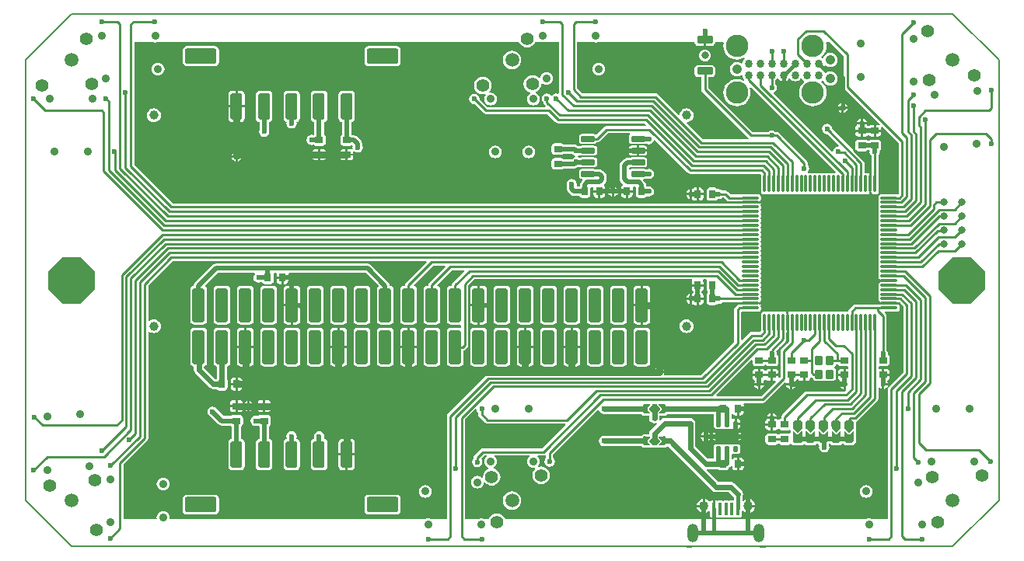
<source format=gbl>
G04*
G04 #@! TF.GenerationSoftware,Altium Limited,Altium Designer,19.0.10 (269)*
G04*
G04 Layer_Physical_Order=2*
G04 Layer_Color=16711680*
%FSLAX44Y44*%
%MOMM*%
G71*
G01*
G75*
%ADD12C,0.2000*%
%ADD14C,1.4000*%
%ADD16C,1.5000*%
%ADD17C,2.4511*%
%ADD18C,1.0668*%
%ADD19C,0.8000*%
%ADD20C,0.6000*%
%ADD21C,0.5000*%
%ADD22C,0.7500*%
%ADD23C,0.2500*%
%ADD24C,0.8800*%
%ADD25O,1.2000X2.0000*%
%ADD26C,1.0160*%
%ADD27P,5.4120X8X22.5*%
%ADD28C,0.6000*%
G04:AMPARAMS|DCode=29|XSize=0.75mm|YSize=0.9mm|CornerRadius=0.0938mm|HoleSize=0mm|Usage=FLASHONLY|Rotation=180.000|XOffset=0mm|YOffset=0mm|HoleType=Round|Shape=RoundedRectangle|*
%AMROUNDEDRECTD29*
21,1,0.7500,0.7125,0,0,180.0*
21,1,0.5625,0.9000,0,0,180.0*
1,1,0.1875,-0.2813,0.3563*
1,1,0.1875,0.2813,0.3563*
1,1,0.1875,0.2813,-0.3563*
1,1,0.1875,-0.2813,-0.3563*
%
%ADD29ROUNDEDRECTD29*%
G04:AMPARAMS|DCode=30|XSize=1.3mm|YSize=3.7mm|CornerRadius=0.1625mm|HoleSize=0mm|Usage=FLASHONLY|Rotation=180.000|XOffset=0mm|YOffset=0mm|HoleType=Round|Shape=RoundedRectangle|*
%AMROUNDEDRECTD30*
21,1,1.3000,3.3750,0,0,180.0*
21,1,0.9750,3.7000,0,0,180.0*
1,1,0.3250,-0.4875,1.6875*
1,1,0.3250,0.4875,1.6875*
1,1,0.3250,0.4875,-1.6875*
1,1,0.3250,-0.4875,-1.6875*
%
%ADD30ROUNDEDRECTD30*%
%ADD31C,1.0000*%
G04:AMPARAMS|DCode=32|XSize=0.3mm|YSize=1.8mm|CornerRadius=0.0375mm|HoleSize=0mm|Usage=FLASHONLY|Rotation=90.000|XOffset=0mm|YOffset=0mm|HoleType=Round|Shape=RoundedRectangle|*
%AMROUNDEDRECTD32*
21,1,0.3000,1.7250,0,0,90.0*
21,1,0.2250,1.8000,0,0,90.0*
1,1,0.0750,0.8625,0.1125*
1,1,0.0750,0.8625,-0.1125*
1,1,0.0750,-0.8625,-0.1125*
1,1,0.0750,-0.8625,0.1125*
%
%ADD32ROUNDEDRECTD32*%
G04:AMPARAMS|DCode=33|XSize=0.3mm|YSize=1.8mm|CornerRadius=0.0375mm|HoleSize=0mm|Usage=FLASHONLY|Rotation=0.000|XOffset=0mm|YOffset=0mm|HoleType=Round|Shape=RoundedRectangle|*
%AMROUNDEDRECTD33*
21,1,0.3000,1.7250,0,0,0.0*
21,1,0.2250,1.8000,0,0,0.0*
1,1,0.0750,0.1125,-0.8625*
1,1,0.0750,-0.1125,-0.8625*
1,1,0.0750,-0.1125,0.8625*
1,1,0.0750,0.1125,0.8625*
%
%ADD33ROUNDEDRECTD33*%
G04:AMPARAMS|DCode=34|XSize=0.3mm|YSize=1mm|CornerRadius=0.075mm|HoleSize=0mm|Usage=FLASHONLY|Rotation=180.000|XOffset=0mm|YOffset=0mm|HoleType=Round|Shape=RoundedRectangle|*
%AMROUNDEDRECTD34*
21,1,0.3000,0.8500,0,0,180.0*
21,1,0.1500,1.0000,0,0,180.0*
1,1,0.1500,-0.0750,0.4250*
1,1,0.1500,0.0750,0.4250*
1,1,0.1500,0.0750,-0.4250*
1,1,0.1500,-0.0750,-0.4250*
%
%ADD34ROUNDEDRECTD34*%
%ADD35R,0.5000X1.0000*%
G04:AMPARAMS|DCode=36|XSize=0.8mm|YSize=1mm|CornerRadius=0.2mm|HoleSize=0mm|Usage=FLASHONLY|Rotation=270.000|XOffset=0mm|YOffset=0mm|HoleType=Round|Shape=RoundedRectangle|*
%AMROUNDEDRECTD36*
21,1,0.8000,0.6000,0,0,270.0*
21,1,0.4000,1.0000,0,0,270.0*
1,1,0.4000,-0.3000,-0.2000*
1,1,0.4000,-0.3000,0.2000*
1,1,0.4000,0.3000,0.2000*
1,1,0.4000,0.3000,-0.2000*
%
%ADD36ROUNDEDRECTD36*%
G04:AMPARAMS|DCode=37|XSize=0.8mm|YSize=1mm|CornerRadius=0.1mm|HoleSize=0mm|Usage=FLASHONLY|Rotation=270.000|XOffset=0mm|YOffset=0mm|HoleType=Round|Shape=RoundedRectangle|*
%AMROUNDEDRECTD37*
21,1,0.8000,0.8000,0,0,270.0*
21,1,0.6000,1.0000,0,0,270.0*
1,1,0.2000,-0.4000,-0.3000*
1,1,0.2000,-0.4000,0.3000*
1,1,0.2000,0.4000,0.3000*
1,1,0.2000,0.4000,-0.3000*
%
%ADD37ROUNDEDRECTD37*%
G04:AMPARAMS|DCode=38|XSize=0.75mm|YSize=0.9mm|CornerRadius=0.0938mm|HoleSize=0mm|Usage=FLASHONLY|Rotation=270.000|XOffset=0mm|YOffset=0mm|HoleType=Round|Shape=RoundedRectangle|*
%AMROUNDEDRECTD38*
21,1,0.7500,0.7125,0,0,270.0*
21,1,0.5625,0.9000,0,0,270.0*
1,1,0.1875,-0.3563,-0.2813*
1,1,0.1875,-0.3563,0.2813*
1,1,0.1875,0.3563,0.2813*
1,1,0.1875,0.3563,-0.2813*
%
%ADD38ROUNDEDRECTD38*%
%ADD39C,0.8636*%
G04:AMPARAMS|DCode=40|XSize=0.8mm|YSize=1.7mm|CornerRadius=0.1mm|HoleSize=0mm|Usage=FLASHONLY|Rotation=90.000|XOffset=0mm|YOffset=0mm|HoleType=Round|Shape=RoundedRectangle|*
%AMROUNDEDRECTD40*
21,1,0.8000,1.5000,0,0,90.0*
21,1,0.6000,1.7000,0,0,90.0*
1,1,0.2000,0.7500,0.3000*
1,1,0.2000,0.7500,-0.3000*
1,1,0.2000,-0.7500,-0.3000*
1,1,0.2000,-0.7500,0.3000*
%
%ADD40ROUNDEDRECTD40*%
G04:AMPARAMS|DCode=41|XSize=2.92mm|YSize=1.27mm|CornerRadius=0.1588mm|HoleSize=0mm|Usage=FLASHONLY|Rotation=270.000|XOffset=0mm|YOffset=0mm|HoleType=Round|Shape=RoundedRectangle|*
%AMROUNDEDRECTD41*
21,1,2.9200,0.9525,0,0,270.0*
21,1,2.6025,1.2700,0,0,270.0*
1,1,0.3175,-0.4763,-1.3013*
1,1,0.3175,-0.4763,1.3013*
1,1,0.3175,0.4763,1.3013*
1,1,0.3175,0.4763,-1.3013*
%
%ADD41ROUNDEDRECTD41*%
G04:AMPARAMS|DCode=42|XSize=3.43mm|YSize=1.65mm|CornerRadius=0.2063mm|HoleSize=0mm|Usage=FLASHONLY|Rotation=0.000|XOffset=0mm|YOffset=0mm|HoleType=Round|Shape=RoundedRectangle|*
%AMROUNDEDRECTD42*
21,1,3.4300,1.2375,0,0,0.0*
21,1,3.0175,1.6500,0,0,0.0*
1,1,0.4125,1.5088,-0.6188*
1,1,0.4125,-1.5088,-0.6188*
1,1,0.4125,-1.5088,0.6188*
1,1,0.4125,1.5088,0.6188*
%
%ADD42ROUNDEDRECTD42*%
G04:AMPARAMS|DCode=43|XSize=0.6mm|YSize=0.5mm|CornerRadius=0.0625mm|HoleSize=0mm|Usage=FLASHONLY|Rotation=270.000|XOffset=0mm|YOffset=0mm|HoleType=Round|Shape=RoundedRectangle|*
%AMROUNDEDRECTD43*
21,1,0.6000,0.3750,0,0,270.0*
21,1,0.4750,0.5000,0,0,270.0*
1,1,0.1250,-0.1875,-0.2375*
1,1,0.1250,-0.1875,0.2375*
1,1,0.1250,0.1875,0.2375*
1,1,0.1250,0.1875,-0.2375*
%
%ADD43ROUNDEDRECTD43*%
G04:AMPARAMS|DCode=44|XSize=1.75mm|YSize=2.5mm|CornerRadius=0.2188mm|HoleSize=0mm|Usage=FLASHONLY|Rotation=90.000|XOffset=0mm|YOffset=0mm|HoleType=Round|Shape=RoundedRectangle|*
%AMROUNDEDRECTD44*
21,1,1.7500,2.0625,0,0,90.0*
21,1,1.3125,2.5000,0,0,90.0*
1,1,0.4375,1.0313,0.6563*
1,1,0.4375,1.0313,-0.6563*
1,1,0.4375,-1.0313,-0.6563*
1,1,0.4375,-1.0313,0.6563*
%
%ADD44ROUNDEDRECTD44*%
G04:AMPARAMS|DCode=45|XSize=1.35mm|YSize=0.4mm|CornerRadius=0.05mm|HoleSize=0mm|Usage=FLASHONLY|Rotation=270.000|XOffset=0mm|YOffset=0mm|HoleType=Round|Shape=RoundedRectangle|*
%AMROUNDEDRECTD45*
21,1,1.3500,0.3000,0,0,270.0*
21,1,1.2500,0.4000,0,0,270.0*
1,1,0.1000,-0.1500,-0.6250*
1,1,0.1000,-0.1500,0.6250*
1,1,0.1000,0.1500,0.6250*
1,1,0.1000,0.1500,-0.6250*
%
%ADD45ROUNDEDRECTD45*%
G04:AMPARAMS|DCode=46|XSize=0.6mm|YSize=1.45mm|CornerRadius=0.075mm|HoleSize=0mm|Usage=FLASHONLY|Rotation=90.000|XOffset=0mm|YOffset=0mm|HoleType=Round|Shape=RoundedRectangle|*
%AMROUNDEDRECTD46*
21,1,0.6000,1.3000,0,0,90.0*
21,1,0.4500,1.4500,0,0,90.0*
1,1,0.1500,0.6500,0.2250*
1,1,0.1500,0.6500,-0.2250*
1,1,0.1500,-0.6500,-0.2250*
1,1,0.1500,-0.6500,0.2250*
%
%ADD46ROUNDEDRECTD46*%
G04:AMPARAMS|DCode=47|XSize=0.95mm|YSize=0.85mm|CornerRadius=0.1063mm|HoleSize=0mm|Usage=FLASHONLY|Rotation=90.000|XOffset=0mm|YOffset=0mm|HoleType=Round|Shape=RoundedRectangle|*
%AMROUNDEDRECTD47*
21,1,0.9500,0.6375,0,0,90.0*
21,1,0.7375,0.8500,0,0,90.0*
1,1,0.2125,0.3188,0.3688*
1,1,0.2125,0.3188,-0.3688*
1,1,0.2125,-0.3188,-0.3688*
1,1,0.2125,-0.3188,0.3688*
%
%ADD47ROUNDEDRECTD47*%
%ADD48C,0.4000*%
G36*
X741250Y545460D02*
X747500D01*
X748866Y545732D01*
X750023Y546506D01*
X750797Y547663D01*
X751069Y549029D01*
Y550000D01*
X759910D01*
X760667Y548980D01*
X760458Y548293D01*
X760173Y545400D01*
X760458Y542507D01*
X761302Y539726D01*
X762672Y537163D01*
X764516Y534916D01*
X766763Y533072D01*
X769326Y531702D01*
X772107Y530858D01*
X775000Y530573D01*
X777893Y530858D01*
X780674Y531702D01*
X783029Y532961D01*
X783719Y531889D01*
X782837Y531213D01*
X781745Y529788D01*
X781058Y528130D01*
X780902Y526947D01*
X779623Y526340D01*
X779606Y526340D01*
X778951Y526843D01*
X777045Y527632D01*
X775000Y527902D01*
X772955Y527632D01*
X771049Y526843D01*
X769413Y525587D01*
X768157Y523951D01*
X767368Y522045D01*
X767098Y520000D01*
X767368Y517955D01*
X768157Y516049D01*
X769413Y514413D01*
X771049Y513157D01*
X772955Y512368D01*
X775000Y512098D01*
X777045Y512368D01*
X778951Y513157D01*
X779606Y513660D01*
X779623Y513660D01*
X780902Y513053D01*
X781058Y511870D01*
X781745Y510212D01*
X782837Y508787D01*
X783042Y508630D01*
X783022Y508483D01*
X781645Y507779D01*
X780674Y508298D01*
X777893Y509142D01*
X775000Y509427D01*
X772107Y509142D01*
X769326Y508298D01*
X766763Y506928D01*
X764516Y505084D01*
X762672Y502837D01*
X761302Y500274D01*
X760458Y497493D01*
X760173Y494600D01*
X760458Y491707D01*
X761302Y488926D01*
X762672Y486363D01*
X764516Y484116D01*
X766763Y482272D01*
X769326Y480902D01*
X772107Y480058D01*
X775000Y479773D01*
X777893Y480058D01*
X780674Y480902D01*
X783237Y482272D01*
X785484Y484116D01*
X787328Y486363D01*
X788698Y488926D01*
X789542Y491707D01*
X789827Y494600D01*
X789542Y497493D01*
X788775Y500022D01*
X789459Y500603D01*
X789829Y500764D01*
X882554Y408039D01*
X881893Y406903D01*
X881125Y407056D01*
X878875D01*
X877753Y406833D01*
X877500Y406664D01*
X877247Y406833D01*
X876125Y407056D01*
X873875D01*
X872753Y406833D01*
X872500Y406664D01*
X872247Y406833D01*
X871125Y407056D01*
X868875D01*
X867753Y406833D01*
X867500Y406664D01*
X867247Y406833D01*
X866125Y407056D01*
X863875D01*
X862753Y406833D01*
X862500Y406664D01*
X862247Y406833D01*
X861125Y407056D01*
X858875D01*
X857753Y406833D01*
X857500Y406664D01*
X857247Y406833D01*
X856125Y407056D01*
X853875D01*
X853276Y406937D01*
X852182Y407754D01*
X852092Y407898D01*
X852053Y408167D01*
X853181Y409854D01*
X853608Y412000D01*
X853181Y414146D01*
X851965Y415965D01*
X851823Y416060D01*
Y418000D01*
X851532Y419463D01*
X850704Y420704D01*
X820704Y450704D01*
X819463Y451532D01*
X818000Y451823D01*
X817060D01*
X816965Y451965D01*
X815146Y453181D01*
X813000Y453608D01*
X810854Y453181D01*
X809035Y451965D01*
X808940Y451823D01*
X791584D01*
X743823Y499584D01*
Y511460D01*
X747500D01*
X748866Y511732D01*
X750023Y512506D01*
X750797Y513663D01*
X751069Y515029D01*
Y521029D01*
X750797Y522394D01*
X750023Y523552D01*
X748866Y524326D01*
X747500Y524598D01*
X732500D01*
X731134Y524326D01*
X729977Y523552D01*
X729203Y522394D01*
X728932Y521029D01*
Y515029D01*
X729203Y513663D01*
X729977Y512506D01*
X731134Y511732D01*
X732500Y511460D01*
X736177D01*
Y498000D01*
X736468Y496537D01*
X737297Y495296D01*
X787296Y445296D01*
X787600Y445093D01*
X787215Y443823D01*
X737584D01*
X720223Y461184D01*
X720678Y462525D01*
X721958Y462693D01*
X723782Y463449D01*
X725349Y464651D01*
X726551Y466218D01*
X727307Y468042D01*
X727565Y470000D01*
X727307Y471958D01*
X726551Y473782D01*
X725349Y475349D01*
X723782Y476551D01*
X721958Y477307D01*
X720000Y477565D01*
X718042Y477307D01*
X716218Y476551D01*
X714651Y475349D01*
X713449Y473782D01*
X712693Y471958D01*
X712525Y470678D01*
X711184Y470223D01*
X688704Y492704D01*
X687463Y493532D01*
X686000Y493823D01*
X606584D01*
X600824Y499584D01*
Y550000D01*
X618497D01*
X619589Y549548D01*
X621390Y549310D01*
X623191Y549548D01*
X624283Y550000D01*
X728932D01*
Y549029D01*
X729203Y547663D01*
X729977Y546506D01*
X731134Y545732D01*
X732500Y545460D01*
X738750D01*
Y552029D01*
X741250D01*
Y545460D01*
D02*
G37*
G36*
X891177Y534416D02*
Y501000D01*
X891468Y499537D01*
X892296Y498296D01*
X892297Y498296D01*
X930456Y460137D01*
X930164Y459563D01*
X929707Y459090D01*
X928562Y459317D01*
X926250D01*
Y454250D01*
X932067D01*
Y455812D01*
X931840Y456957D01*
X932314Y457414D01*
X932887Y457706D01*
X951177Y439416D01*
Y384623D01*
X950215Y383839D01*
X949125Y384056D01*
X931875D01*
X930753Y383833D01*
X929802Y383198D01*
X929167Y382247D01*
X928944Y381125D01*
Y378875D01*
X929167Y377753D01*
X929336Y377500D01*
X929167Y377247D01*
X928944Y376125D01*
Y373875D01*
X929167Y372753D01*
X929336Y372500D01*
X929167Y372247D01*
X928944Y371125D01*
Y368875D01*
X929167Y367753D01*
X929336Y367500D01*
X929167Y367247D01*
X928944Y366125D01*
Y363875D01*
X929167Y362753D01*
X929336Y362500D01*
X929167Y362247D01*
X928944Y361125D01*
Y358875D01*
X929167Y357753D01*
X929336Y357500D01*
X929167Y357247D01*
X928944Y356125D01*
Y353875D01*
X929167Y352753D01*
X929336Y352500D01*
X929167Y352247D01*
X928944Y351125D01*
Y348875D01*
X929167Y347753D01*
X929336Y347500D01*
X929167Y347247D01*
X928944Y346125D01*
Y343875D01*
X929167Y342753D01*
X929336Y342500D01*
X929167Y342247D01*
X928944Y341125D01*
Y338875D01*
X929167Y337753D01*
X929336Y337500D01*
X929167Y337247D01*
X928944Y336125D01*
Y333875D01*
X929167Y332753D01*
X929336Y332500D01*
X929167Y332247D01*
X928944Y331125D01*
Y328875D01*
X929167Y327753D01*
X929336Y327500D01*
X929167Y327247D01*
X928944Y326125D01*
Y323875D01*
X929167Y322753D01*
X929336Y322500D01*
X929167Y322247D01*
X928944Y321125D01*
Y318875D01*
X929167Y317753D01*
X929336Y317500D01*
X929167Y317247D01*
X928944Y316125D01*
Y313875D01*
X929167Y312753D01*
X929336Y312500D01*
X929167Y312247D01*
X928944Y311125D01*
Y308875D01*
X929167Y307753D01*
X929336Y307500D01*
X929167Y307247D01*
X928944Y306125D01*
Y303875D01*
X929167Y302753D01*
X929336Y302500D01*
X929167Y302247D01*
X928944Y301125D01*
Y298875D01*
X929167Y297753D01*
X929336Y297500D01*
X929167Y297247D01*
X928944Y296125D01*
Y293875D01*
X929167Y292753D01*
X929336Y292500D01*
X929167Y292247D01*
X928969Y291250D01*
X930628D01*
X930753Y291166D01*
X931875Y290943D01*
X940500D01*
Y289057D01*
X931875D01*
X930753Y288834D01*
X930628Y288750D01*
X928969D01*
X929167Y287753D01*
X929336Y287500D01*
X929167Y287247D01*
X928944Y286125D01*
Y283875D01*
X929167Y282753D01*
X929336Y282500D01*
X929167Y282247D01*
X928944Y281125D01*
Y278875D01*
X929167Y277753D01*
X929336Y277500D01*
X929167Y277247D01*
X928944Y276125D01*
Y273875D01*
X929167Y272753D01*
X929336Y272500D01*
X929167Y272247D01*
X928944Y271125D01*
Y268875D01*
X929167Y267753D01*
X929336Y267500D01*
X929167Y267247D01*
X928944Y266125D01*
Y263875D01*
X928901Y263824D01*
X904140D01*
X902677Y263532D01*
X901436Y262704D01*
X897296Y258564D01*
X896468Y257323D01*
X896229Y256126D01*
X896125Y256056D01*
X893875D01*
X892753Y255833D01*
X892500Y255664D01*
X892247Y255833D01*
X891125Y256056D01*
X888875D01*
X887753Y255833D01*
X887500Y255664D01*
X887247Y255833D01*
X886125Y256056D01*
X883875D01*
X882753Y255833D01*
X882500Y255664D01*
X882247Y255833D01*
X881125Y256056D01*
X878875D01*
X877753Y255833D01*
X877500Y255664D01*
X877247Y255833D01*
X876125Y256056D01*
X873875D01*
X872753Y255833D01*
X872500Y255664D01*
X872247Y255833D01*
X871125Y256056D01*
X868875D01*
X867753Y255833D01*
X867500Y255664D01*
X867247Y255833D01*
X866125Y256056D01*
X863875D01*
X862753Y255833D01*
X862500Y255664D01*
X862247Y255833D01*
X861125Y256056D01*
X858875D01*
X857753Y255833D01*
X857500Y255664D01*
X857247Y255833D01*
X856125Y256056D01*
X853875D01*
X852753Y255833D01*
X852500Y255664D01*
X852247Y255833D01*
X851125Y256056D01*
X848875D01*
X847753Y255833D01*
X847500Y255664D01*
X847247Y255833D01*
X846125Y256056D01*
X843875D01*
X842753Y255833D01*
X842500Y255664D01*
X842247Y255833D01*
X841125Y256056D01*
X838875D01*
X837753Y255833D01*
X837500Y255664D01*
X837247Y255833D01*
X836125Y256056D01*
X833875D01*
X832753Y255833D01*
X832500Y255664D01*
X832247Y255833D01*
X831250Y256031D01*
Y254372D01*
X831166Y254247D01*
X830943Y253125D01*
Y244500D01*
X829057D01*
Y253125D01*
X828834Y254247D01*
X828750Y254372D01*
Y256031D01*
X827753Y255833D01*
X827500Y255664D01*
X827247Y255833D01*
X826125Y256056D01*
X823875D01*
X822753Y255833D01*
X822500Y255664D01*
X822247Y255833D01*
X821125Y256056D01*
X818875D01*
X817753Y255833D01*
X817500Y255664D01*
X817247Y255833D01*
X816125Y256056D01*
X813875D01*
X812753Y255833D01*
X812500Y255664D01*
X812247Y255833D01*
X811125Y256056D01*
X808875D01*
X807753Y255833D01*
X807500Y255664D01*
X807247Y255833D01*
X806125Y256056D01*
X803875D01*
X802753Y255833D01*
X801802Y255198D01*
X801167Y254247D01*
X800944Y253125D01*
Y235875D01*
X801031Y235438D01*
X799416Y233823D01*
X791000D01*
X789537Y233532D01*
X788296Y232703D01*
X780614Y225021D01*
X779441Y225507D01*
Y254964D01*
X780711Y255976D01*
X780875Y255944D01*
X798125D01*
X799247Y256167D01*
X800198Y256802D01*
X800833Y257753D01*
X801056Y258875D01*
Y261125D01*
X800833Y262247D01*
X800664Y262500D01*
X800833Y262753D01*
X801031Y263750D01*
X799372D01*
X799247Y263834D01*
X798125Y264057D01*
X789500D01*
Y265943D01*
X798125D01*
X799247Y266166D01*
X799372Y266250D01*
X801031D01*
X800833Y267247D01*
X800664Y267500D01*
X800833Y267753D01*
X801056Y268875D01*
Y271125D01*
X800833Y272247D01*
X800664Y272500D01*
X800833Y272753D01*
X801056Y273875D01*
Y276125D01*
X800833Y277247D01*
X800664Y277500D01*
X800833Y277753D01*
X801056Y278875D01*
Y281125D01*
X800833Y282247D01*
X800664Y282500D01*
X800833Y282753D01*
X801056Y283875D01*
Y286125D01*
X800833Y287247D01*
X800664Y287500D01*
X800833Y287753D01*
X801056Y288875D01*
Y291125D01*
X800833Y292247D01*
X800664Y292500D01*
X800833Y292753D01*
X801056Y293875D01*
Y296125D01*
X800833Y297247D01*
X800664Y297500D01*
X800833Y297753D01*
X801056Y298875D01*
Y301125D01*
X800833Y302247D01*
X800664Y302500D01*
X800833Y302753D01*
X801056Y303875D01*
Y306125D01*
X800833Y307247D01*
X800664Y307500D01*
X800833Y307753D01*
X801056Y308875D01*
Y311125D01*
X800833Y312247D01*
X800664Y312500D01*
X800833Y312753D01*
X801056Y313875D01*
Y316125D01*
X800833Y317247D01*
X800664Y317500D01*
X800833Y317753D01*
X801056Y318875D01*
Y321125D01*
X800833Y322247D01*
X800664Y322500D01*
X800833Y322753D01*
X801056Y323875D01*
Y326125D01*
X800833Y327247D01*
X800664Y327500D01*
X800833Y327753D01*
X801056Y328875D01*
Y331125D01*
X800833Y332247D01*
X800664Y332500D01*
X800833Y332753D01*
X801056Y333875D01*
Y336125D01*
X800833Y337247D01*
X800664Y337500D01*
X800833Y337753D01*
X801056Y338875D01*
Y341125D01*
X800833Y342247D01*
X800664Y342500D01*
X800833Y342753D01*
X801056Y343875D01*
Y346125D01*
X800833Y347247D01*
X800664Y347500D01*
X800833Y347753D01*
X801056Y348875D01*
Y351125D01*
X800833Y352247D01*
X800664Y352500D01*
X800833Y352753D01*
X801056Y353875D01*
Y356125D01*
X800833Y357247D01*
X800664Y357500D01*
X800833Y357753D01*
X801056Y358875D01*
Y361125D01*
X800833Y362247D01*
X800664Y362500D01*
X800833Y362753D01*
X801056Y363875D01*
Y366125D01*
X800833Y367247D01*
X800664Y367500D01*
X800833Y367753D01*
X801056Y368875D01*
Y371125D01*
X800833Y372247D01*
X800664Y372500D01*
X800833Y372753D01*
X801031Y373750D01*
X799372D01*
X799247Y373834D01*
X798125Y374057D01*
X789500D01*
Y375943D01*
X798125D01*
X799247Y376166D01*
X799372Y376250D01*
X801031D01*
X800833Y377247D01*
X800664Y377500D01*
X800833Y377753D01*
X801056Y378875D01*
Y381125D01*
X800833Y382247D01*
X800198Y383198D01*
X799247Y383833D01*
X798125Y384056D01*
X780875D01*
X779753Y383833D01*
X779739Y383823D01*
X768049D01*
X765169Y386704D01*
X763929Y387532D01*
X762466Y387823D01*
X759060D01*
X758965Y387965D01*
X757146Y389181D01*
X755000Y389608D01*
X753747Y389358D01*
X753291Y390041D01*
X752154Y390801D01*
X750813Y391067D01*
X745188D01*
X743846Y390801D01*
X742709Y390041D01*
X741949Y388904D01*
X741683Y387562D01*
Y380438D01*
X741949Y379096D01*
X742709Y377959D01*
X743846Y377200D01*
X745188Y376933D01*
X750813D01*
X752154Y377200D01*
X753291Y377959D01*
X753747Y378642D01*
X755000Y378392D01*
X757146Y378819D01*
X758965Y380035D01*
X759060Y380177D01*
X760882D01*
X763762Y377296D01*
X765002Y376468D01*
X766466Y376176D01*
X777901D01*
X777944Y376125D01*
Y373875D01*
X777901Y373824D01*
X160584D01*
X118823Y415584D01*
Y550000D01*
X138497D01*
X139589Y549548D01*
X141390Y549310D01*
X143191Y549548D01*
X144283Y550000D01*
X537512D01*
X538072Y548649D01*
X539595Y546665D01*
X541579Y545142D01*
X543890Y544185D01*
X546370Y543858D01*
X548850Y544185D01*
X551161Y545142D01*
X553145Y546665D01*
X554668Y548649D01*
X555228Y550000D01*
X560841D01*
X561789Y549608D01*
X563590Y549370D01*
X565391Y549608D01*
X566339Y550000D01*
X581177D01*
Y493903D01*
X579907Y493228D01*
X578000Y493608D01*
X575854Y493181D01*
X574035Y491965D01*
X573635Y491367D01*
X572365D01*
X571965Y491965D01*
X570146Y493181D01*
X568000Y493608D01*
X565854Y493181D01*
X564035Y491965D01*
X562819Y490146D01*
X562392Y488000D01*
X562819Y485854D01*
X564035Y484035D01*
X564190Y483931D01*
X564468Y482537D01*
X565296Y481296D01*
X566596Y479997D01*
X566110Y478824D01*
X503164D01*
X494575Y487413D01*
X494608Y487580D01*
X494181Y489726D01*
X492965Y491546D01*
X491146Y492761D01*
X489000Y493188D01*
X486854Y492761D01*
X485035Y491546D01*
X483819Y489726D01*
X483392Y487580D01*
X483819Y485434D01*
X485035Y483615D01*
X486854Y482400D01*
X489000Y481973D01*
X489167Y482006D01*
X498877Y472296D01*
X500117Y471468D01*
X501581Y471177D01*
X568416D01*
X577296Y462296D01*
X578537Y461468D01*
X580000Y461177D01*
X674416D01*
X676246Y459347D01*
X675760Y458173D01*
X632650D01*
X631187Y457882D01*
X629946Y457053D01*
X621559Y448666D01*
X620518Y449361D01*
X619250Y449614D01*
X606250D01*
X604982Y449361D01*
X603907Y448643D01*
X603189Y447568D01*
X602936Y446300D01*
Y441800D01*
X603189Y440532D01*
X603907Y439457D01*
X604982Y438739D01*
X606250Y438486D01*
X619250D01*
X620518Y438739D01*
X621593Y439457D01*
X622107Y440227D01*
X622350D01*
X623813Y440518D01*
X625054Y441346D01*
X634234Y450527D01*
X658332D01*
X658550Y450266D01*
X658407Y448643D01*
X657689Y447568D01*
X657436Y446300D01*
Y441800D01*
X657689Y440532D01*
X658407Y439457D01*
X659482Y438739D01*
X660750Y438486D01*
X673750D01*
X675018Y438739D01*
X675263Y438902D01*
X676730D01*
X676854Y438819D01*
X679000Y438392D01*
X681146Y438819D01*
X682965Y440035D01*
X684181Y441854D01*
X684342Y442666D01*
X685558Y443035D01*
X721296Y407296D01*
X722537Y406468D01*
X724000Y406177D01*
X800377D01*
X801163Y405230D01*
X800944Y404125D01*
Y386875D01*
X801167Y385753D01*
X801802Y384802D01*
X802753Y384167D01*
X803875Y383944D01*
X806125D01*
X807247Y384167D01*
X807500Y384336D01*
X807753Y384167D01*
X808875Y383944D01*
X811125D01*
X812247Y384167D01*
X812500Y384336D01*
X812753Y384167D01*
X813875Y383944D01*
X816125D01*
X817247Y384167D01*
X817500Y384336D01*
X817753Y384167D01*
X818875Y383944D01*
X821125D01*
X822247Y384167D01*
X822500Y384336D01*
X822753Y384167D01*
X823875Y383944D01*
X826125D01*
X827247Y384167D01*
X827500Y384336D01*
X827753Y384167D01*
X828875Y383944D01*
X831125D01*
X832247Y384167D01*
X832500Y384336D01*
X832753Y384167D01*
X833875Y383944D01*
X836125D01*
X837247Y384167D01*
X837500Y384336D01*
X837753Y384167D01*
X838875Y383944D01*
X841125D01*
X842247Y384167D01*
X842500Y384336D01*
X842753Y384167D01*
X843875Y383944D01*
X846125D01*
X847247Y384167D01*
X847500Y384336D01*
X847753Y384167D01*
X848875Y383944D01*
X851125D01*
X852247Y384167D01*
X852500Y384336D01*
X852753Y384167D01*
X853875Y383944D01*
X856125D01*
X857247Y384167D01*
X857500Y384336D01*
X857753Y384167D01*
X858875Y383944D01*
X861125D01*
X862247Y384167D01*
X862500Y384336D01*
X862753Y384167D01*
X863875Y383944D01*
X866125D01*
X867247Y384167D01*
X867500Y384336D01*
X867753Y384167D01*
X868875Y383944D01*
X871125D01*
X872247Y384167D01*
X872500Y384336D01*
X872753Y384167D01*
X873875Y383944D01*
X876125D01*
X877247Y384167D01*
X877500Y384336D01*
X877753Y384167D01*
X878875Y383944D01*
X881125D01*
X882247Y384167D01*
X882500Y384336D01*
X882753Y384167D01*
X883875Y383944D01*
X886125D01*
X887247Y384167D01*
X887500Y384336D01*
X887753Y384167D01*
X888875Y383944D01*
X891125D01*
X892247Y384167D01*
X892500Y384336D01*
X892753Y384167D01*
X893875Y383944D01*
X896125D01*
X897247Y384167D01*
X897500Y384336D01*
X897753Y384167D01*
X898875Y383944D01*
X901125D01*
X902247Y384167D01*
X902500Y384336D01*
X902753Y384167D01*
X903875Y383944D01*
X906125D01*
X907247Y384167D01*
X907500Y384336D01*
X907753Y384167D01*
X908875Y383944D01*
X911125D01*
X912247Y384167D01*
X912500Y384336D01*
X912753Y384167D01*
X913875Y383944D01*
X916125D01*
X917247Y384167D01*
X917500Y384336D01*
X917753Y384167D01*
X918750Y383969D01*
Y385628D01*
X918834Y385753D01*
X919057Y386875D01*
Y395500D01*
X920943D01*
Y386875D01*
X921166Y385753D01*
X921250Y385628D01*
Y383969D01*
X922247Y384167D01*
X922500Y384336D01*
X922753Y384167D01*
X923875Y383944D01*
X926125D01*
X927247Y384167D01*
X928198Y384802D01*
X928833Y385753D01*
X929056Y386875D01*
Y404125D01*
X928833Y405247D01*
X928823Y405261D01*
Y425940D01*
X928965Y426035D01*
X930181Y427854D01*
X930608Y430000D01*
X930358Y431253D01*
X931041Y431709D01*
X931801Y432846D01*
X932067Y434188D01*
Y439813D01*
X931801Y441154D01*
X931041Y442291D01*
X929904Y443050D01*
X928562Y443317D01*
X921438D01*
X920096Y443050D01*
X918959Y442291D01*
X918830Y442098D01*
X917170D01*
X917041Y442291D01*
X915904Y443050D01*
X914563Y443317D01*
X907438D01*
X906096Y443050D01*
X904959Y442291D01*
X904200Y441154D01*
X903933Y439813D01*
Y434188D01*
X904200Y432846D01*
X904959Y431709D01*
X906096Y430950D01*
X907438Y430683D01*
X914563D01*
X915904Y430950D01*
X917041Y431709D01*
X917170Y431902D01*
X918664D01*
X919580Y430942D01*
X919392Y430000D01*
X919819Y427854D01*
X921035Y426035D01*
X921177Y425940D01*
Y407099D01*
X921125Y407056D01*
X918875D01*
X917753Y406833D01*
X917500Y406664D01*
X917247Y406833D01*
X916125Y407057D01*
X913875D01*
X913823Y407099D01*
Y418000D01*
X913532Y419463D01*
X912704Y420704D01*
X878575Y454833D01*
X878608Y455000D01*
X878181Y457146D01*
X876965Y458965D01*
X875146Y460181D01*
X873000Y460608D01*
X870854Y460181D01*
X869035Y458965D01*
X867819Y457146D01*
X867392Y455000D01*
X867819Y452854D01*
X869035Y451035D01*
X870854Y449819D01*
X873000Y449392D01*
X873167Y449426D01*
X885862Y436731D01*
X885236Y435561D01*
X885000Y435608D01*
X882854Y435181D01*
X881035Y433965D01*
X879819Y432146D01*
X879527Y430676D01*
X878149Y430258D01*
X814783Y493624D01*
X814983Y494283D01*
X815289Y494915D01*
X816965Y496035D01*
X818181Y497854D01*
X818608Y500000D01*
X818181Y502146D01*
X816965Y503965D01*
X816823Y504060D01*
Y507913D01*
X817963Y508787D01*
X818678Y509719D01*
X818870Y509800D01*
X820030D01*
X820222Y509719D01*
X820937Y508787D01*
X822362Y507695D01*
X824020Y507007D01*
X824550Y506938D01*
Y513650D01*
X827050D01*
Y506938D01*
X827580Y507007D01*
X829238Y507695D01*
X830663Y508787D01*
X831378Y509719D01*
X831570Y509800D01*
X832730D01*
X832922Y509719D01*
X833637Y508787D01*
X835062Y507695D01*
X836720Y507007D01*
X838500Y506773D01*
X840280Y507007D01*
X841938Y507695D01*
X843363Y508787D01*
X844078Y509719D01*
X844270Y509800D01*
X845430D01*
X845622Y509719D01*
X846337Y508787D01*
X847762Y507695D01*
X848083Y507561D01*
X848300Y506097D01*
X847066Y505084D01*
X845222Y502837D01*
X843852Y500274D01*
X843008Y497493D01*
X842723Y494600D01*
X843008Y491707D01*
X843852Y488926D01*
X845222Y486363D01*
X847066Y484116D01*
X849313Y482272D01*
X851876Y480902D01*
X854657Y480058D01*
X857550Y479773D01*
X860443Y480058D01*
X863224Y480902D01*
X865787Y482272D01*
X868034Y484116D01*
X869878Y486363D01*
X871248Y488926D01*
X872092Y491707D01*
X872377Y494600D01*
X872092Y497493D01*
X871248Y500274D01*
X869878Y502837D01*
X868034Y505084D01*
X866800Y506097D01*
X866991Y507386D01*
X867939Y507798D01*
X869187Y507276D01*
X869757Y505899D01*
X871013Y504263D01*
X872649Y503007D01*
X874555Y502218D01*
X876600Y501948D01*
X878645Y502218D01*
X880551Y503007D01*
X882187Y504263D01*
X883443Y505899D01*
X884232Y507805D01*
X884502Y509850D01*
X884232Y511895D01*
X883443Y513801D01*
X882187Y515437D01*
X880551Y516693D01*
X878645Y517482D01*
X876600Y517752D01*
X874555Y517482D01*
X872649Y516693D01*
X871697Y515962D01*
X870171Y516326D01*
X869855Y517088D01*
X868763Y518513D01*
X867831Y519228D01*
X867750Y519420D01*
Y520580D01*
X867831Y520772D01*
X868763Y521487D01*
X869855Y522912D01*
X870171Y523674D01*
X871697Y524038D01*
X872649Y523307D01*
X874555Y522518D01*
X876600Y522248D01*
X878645Y522518D01*
X880551Y523307D01*
X882187Y524563D01*
X883443Y526199D01*
X884232Y528105D01*
X884502Y530150D01*
X884232Y532195D01*
X883443Y534101D01*
X882187Y535737D01*
X880551Y536993D01*
X878645Y537782D01*
X876600Y538052D01*
X874555Y537782D01*
X872649Y536993D01*
X871013Y535737D01*
X869757Y534101D01*
X869187Y532724D01*
X867939Y532202D01*
X866991Y532614D01*
X866800Y533903D01*
X868034Y534916D01*
X869878Y537163D01*
X871248Y539726D01*
X872092Y542507D01*
X872377Y545400D01*
X872092Y548293D01*
X871883Y548980D01*
X872640Y550000D01*
X875593D01*
X891177Y534416D01*
D02*
G37*
G36*
X437146Y310003D02*
X414596Y287454D01*
X413768Y286213D01*
X413477Y284750D01*
Y283941D01*
X412425D01*
X410816Y283621D01*
X409451Y282709D01*
X408539Y281345D01*
X408219Y279735D01*
Y245985D01*
X408539Y244375D01*
X409451Y243011D01*
X410816Y242099D01*
X412425Y241779D01*
X422175D01*
X423784Y242099D01*
X425149Y243011D01*
X426061Y244375D01*
X426381Y245985D01*
Y279735D01*
X426061Y281345D01*
X425149Y282709D01*
X423784Y283621D01*
X423442Y283689D01*
X423024Y285067D01*
X444134Y306177D01*
X456810D01*
X457296Y305003D01*
X439996Y287704D01*
X439168Y286463D01*
X438876Y285000D01*
Y283941D01*
X437825D01*
X436216Y283621D01*
X434851Y282709D01*
X433939Y281345D01*
X433619Y279735D01*
Y245985D01*
X433939Y244376D01*
X434851Y243011D01*
X436216Y242099D01*
X437825Y241779D01*
X447575D01*
X449184Y242099D01*
X450549Y243011D01*
X451461Y244376D01*
X451781Y245985D01*
Y279735D01*
X451461Y281345D01*
X450549Y282709D01*
X449184Y283621D01*
X448634Y283730D01*
X448216Y285109D01*
X464284Y301176D01*
X477760D01*
X478246Y300003D01*
X465396Y287154D01*
X464568Y285913D01*
X464277Y284450D01*
Y283941D01*
X463225D01*
X461615Y283621D01*
X460251Y282709D01*
X459339Y281345D01*
X459019Y279735D01*
Y245985D01*
X459339Y244375D01*
X460251Y243011D01*
X461615Y242099D01*
X463225Y241779D01*
X472975D01*
X473406Y241865D01*
X474677Y240823D01*
Y239177D01*
X473406Y238135D01*
X472975Y238221D01*
X463225D01*
X461615Y237901D01*
X460251Y236989D01*
X459339Y235625D01*
X459019Y234015D01*
Y200265D01*
X459339Y198655D01*
X460251Y197291D01*
X461615Y196379D01*
X463225Y196059D01*
X472975D01*
X474585Y196379D01*
X475949Y197291D01*
X476861Y198655D01*
X477181Y200265D01*
Y213543D01*
X477503Y213608D01*
X478744Y214436D01*
X481204Y216896D01*
X482032Y218137D01*
X482323Y219600D01*
Y284416D01*
X489084Y291177D01*
X725640Y291177D01*
X726319Y289907D01*
X725949Y289354D01*
X725683Y288013D01*
Y285700D01*
X738317D01*
Y288013D01*
X738051Y289354D01*
X737681Y289907D01*
X738360Y291177D01*
X741640D01*
X742319Y289907D01*
X741949Y289354D01*
X741683Y288013D01*
Y280888D01*
X741949Y279546D01*
X742709Y278409D01*
X742902Y278280D01*
Y276170D01*
X742709Y276041D01*
X741949Y274904D01*
X741683Y273563D01*
Y266437D01*
X741949Y265096D01*
X742709Y263959D01*
X743846Y263200D01*
X745188Y262933D01*
X750813D01*
X752154Y263200D01*
X753291Y263959D01*
X753747Y264642D01*
X755000Y264392D01*
X757146Y264819D01*
X758965Y266035D01*
X759060Y266177D01*
X777901D01*
X777944Y266125D01*
Y263875D01*
X777895Y263803D01*
X776537Y263532D01*
X775296Y262704D01*
X772914Y260321D01*
X772085Y259081D01*
X771794Y257617D01*
Y223201D01*
X735416Y186824D01*
X695903D01*
X695229Y188093D01*
X695359Y188750D01*
X684641D01*
X684771Y188093D01*
X684097Y186824D01*
X504000D01*
X502537Y186532D01*
X501296Y185704D01*
X460296Y144704D01*
X459468Y143463D01*
X459176Y142000D01*
Y30000D01*
X441503D01*
X440411Y30452D01*
X438610Y30689D01*
X436809Y30452D01*
X435717Y30000D01*
X157686D01*
X156848Y30955D01*
X156959Y31800D01*
X156722Y33601D01*
X156027Y35280D01*
X154921Y36721D01*
X153480Y37827D01*
X151801Y38522D01*
X150000Y38760D01*
X148199Y38522D01*
X146520Y37827D01*
X145079Y36721D01*
X143973Y35280D01*
X143278Y33601D01*
X143041Y31800D01*
X143152Y30955D01*
X142314Y30000D01*
X106824D01*
Y89416D01*
X132704Y115296D01*
X133532Y116537D01*
X133823Y118000D01*
Y233738D01*
X135093Y234312D01*
X136218Y233449D01*
X138042Y232693D01*
X140000Y232435D01*
X141958Y232693D01*
X143782Y233449D01*
X145349Y234651D01*
X146551Y236218D01*
X147307Y238042D01*
X147565Y240000D01*
X147307Y241958D01*
X146551Y243782D01*
X145349Y245349D01*
X143782Y246551D01*
X141958Y247307D01*
X140000Y247565D01*
X138042Y247307D01*
X136218Y246551D01*
X135093Y245689D01*
X133823Y246262D01*
Y284416D01*
X160584Y311177D01*
X436660D01*
X437146Y310003D01*
D02*
G37*
G36*
X956177Y261276D02*
Y189584D01*
X940296Y173704D01*
X939468Y172463D01*
X939177Y171000D01*
Y30000D01*
X921504D01*
X920411Y30452D01*
X918610Y30689D01*
X916809Y30452D01*
X915717Y30000D01*
X522488D01*
X521928Y31351D01*
X520406Y33335D01*
X518421Y34858D01*
X516110Y35815D01*
X513630Y36142D01*
X511150Y35815D01*
X508839Y34858D01*
X506855Y33335D01*
X505332Y31351D01*
X504772Y30000D01*
X499159D01*
X498211Y30392D01*
X496410Y30629D01*
X494609Y30392D01*
X493661Y30000D01*
X478823D01*
Y138416D01*
X490149Y149742D01*
X491527Y149324D01*
X491819Y147854D01*
X493035Y146035D01*
X493177Y145940D01*
Y144150D01*
X493468Y142687D01*
X494296Y141446D01*
X500886Y134856D01*
X502127Y134028D01*
X503590Y133737D01*
X587670D01*
X588156Y132563D01*
X562416Y106823D01*
X498000D01*
X496537Y106532D01*
X495296Y105704D01*
X489296Y99704D01*
X488468Y98463D01*
X488177Y97000D01*
Y96060D01*
X488035Y95965D01*
X486819Y94146D01*
X486392Y92000D01*
X486819Y89854D01*
X488035Y88035D01*
X489854Y86819D01*
X492000Y86392D01*
X494146Y86819D01*
X495965Y88035D01*
X497181Y89854D01*
X497608Y92000D01*
X497181Y94146D01*
X496128Y95721D01*
X499584Y99177D01*
X502085D01*
X502516Y97907D01*
X501779Y97341D01*
X500673Y95900D01*
X499978Y94221D01*
X499740Y92420D01*
X499978Y90619D01*
X500673Y88940D01*
X501779Y87499D01*
X503220Y86393D01*
X504097Y86030D01*
Y84655D01*
X503139Y84258D01*
X501155Y82735D01*
X499632Y80751D01*
X498675Y78440D01*
X498348Y75960D01*
X498390Y75639D01*
X497528Y75155D01*
X497183Y75079D01*
X495830Y76117D01*
X494151Y76812D01*
X492350Y77049D01*
X490549Y76812D01*
X488870Y76117D01*
X487429Y75011D01*
X486323Y73570D01*
X485628Y71891D01*
X485391Y70090D01*
X485628Y68289D01*
X486323Y66610D01*
X487429Y65169D01*
X488870Y64063D01*
X490549Y63368D01*
X492350Y63130D01*
X494151Y63368D01*
X495830Y64063D01*
X497271Y65169D01*
X498377Y66610D01*
X499072Y68289D01*
X499244Y69589D01*
X500559Y69961D01*
X501155Y69184D01*
X503139Y67662D01*
X505450Y66705D01*
X507930Y66378D01*
X510410Y66705D01*
X512721Y67662D01*
X514705Y69184D01*
X516228Y71169D01*
X517186Y73480D01*
X517512Y75960D01*
X517186Y78440D01*
X516228Y80751D01*
X514705Y82735D01*
X512721Y84258D01*
X510533Y85164D01*
X510340Y85817D01*
X510329Y86507D01*
X511621Y87499D01*
X512727Y88940D01*
X513422Y90619D01*
X513660Y92420D01*
X513422Y94221D01*
X512727Y95900D01*
X511621Y97341D01*
X510884Y97907D01*
X511315Y99177D01*
X548685D01*
X549116Y97907D01*
X548379Y97341D01*
X547273Y95900D01*
X546578Y94221D01*
X546340Y92420D01*
X546578Y90619D01*
X547273Y88940D01*
X548379Y87499D01*
X549820Y86393D01*
X551499Y85698D01*
X553300Y85461D01*
X554626Y85635D01*
X555129Y84420D01*
X555045Y84355D01*
X553522Y82371D01*
X552565Y80060D01*
X552238Y77580D01*
X552565Y75100D01*
X553522Y72789D01*
X555045Y70805D01*
X557029Y69282D01*
X559340Y68325D01*
X561820Y67998D01*
X564300Y68325D01*
X566611Y69282D01*
X568596Y70805D01*
X570118Y72789D01*
X571076Y75100D01*
X571402Y77580D01*
X571076Y80060D01*
X570118Y82371D01*
X568596Y84355D01*
X566611Y85878D01*
X564300Y86835D01*
X561820Y87162D01*
X559340Y86835D01*
X559300Y86819D01*
X558500Y87862D01*
X559327Y88940D01*
X560022Y90619D01*
X560260Y92420D01*
X560022Y94221D01*
X559327Y95900D01*
X558221Y97341D01*
X557484Y97907D01*
X557915Y99177D01*
X564000D01*
X565463Y99468D01*
X565906Y99764D01*
X567177Y99085D01*
Y96480D01*
X567035Y96385D01*
X565819Y94565D01*
X565392Y92420D01*
X565819Y90274D01*
X567035Y88454D01*
X568854Y87239D01*
X571000Y86812D01*
X573146Y87239D01*
X574965Y88454D01*
X576181Y90274D01*
X576608Y92420D01*
X576181Y94565D01*
X574965Y96385D01*
X574823Y96480D01*
Y100416D01*
X623442Y149035D01*
X624658Y148666D01*
X624819Y147853D01*
X626035Y146034D01*
X627854Y144819D01*
X630000Y144392D01*
X670749D01*
X671407Y143407D01*
X672482Y142689D01*
X673750Y142436D01*
X675250D01*
X675324Y142451D01*
X679392D01*
Y140000D01*
X679819Y137854D01*
X681035Y136035D01*
X682854Y134819D01*
X685000Y134392D01*
X687079Y134806D01*
X687159Y134751D01*
X687699Y133630D01*
X681035Y126965D01*
X679819Y125146D01*
X679392Y123000D01*
Y122549D01*
X675324D01*
X675250Y122564D01*
X673750D01*
X672482Y122311D01*
X671407Y121593D01*
X670749Y120608D01*
X630000D01*
X627854Y120181D01*
X626035Y118965D01*
X624819Y117146D01*
X624392Y115000D01*
X624819Y112854D01*
X626035Y111035D01*
X627854Y109819D01*
X630000Y109392D01*
X670749D01*
X671407Y108407D01*
X672482Y107689D01*
X673750Y107436D01*
X675250D01*
X675324Y107451D01*
X680500D01*
X680746Y107500D01*
X682254D01*
X682500Y107451D01*
X687500D01*
X687746Y107500D01*
X689253D01*
X689499Y107451D01*
X689500Y107451D01*
X689500Y107451D01*
X694676D01*
X694750Y107436D01*
X696250D01*
X697518Y107689D01*
X698593Y108407D01*
X698730Y108612D01*
X700320Y108749D01*
X748035Y61035D01*
X749854Y59819D01*
X752000Y59392D01*
X765689D01*
X771412Y53670D01*
Y50647D01*
X771000Y50309D01*
X768000D01*
X766830Y50076D01*
X766250Y49689D01*
X765671Y50076D01*
X764500Y50309D01*
X761500D01*
X760330Y50076D01*
X759750Y49689D01*
X759171Y50076D01*
X758000Y50309D01*
X755000D01*
X753829Y50076D01*
X753250Y49689D01*
X752671Y50076D01*
X751500Y50309D01*
X751250D01*
Y41000D01*
Y31691D01*
X751500D01*
X752671Y31924D01*
X753250Y32311D01*
X753829Y31924D01*
X755000Y31691D01*
X758000D01*
X759171Y31924D01*
X759750Y32311D01*
X760330Y31924D01*
X761500Y31691D01*
X764500D01*
X765671Y31924D01*
X766250Y32311D01*
X766830Y31924D01*
X768000Y31691D01*
X771000D01*
X772171Y31924D01*
X772750Y32311D01*
X773329Y31924D01*
X774500Y31691D01*
X777500D01*
X778671Y31924D01*
X779663Y32587D01*
X780326Y33579D01*
X780559Y34750D01*
Y38433D01*
X781829Y38864D01*
X781844Y38844D01*
X783427Y37629D01*
X785271Y36865D01*
X786000Y36769D01*
Y44250D01*
Y51731D01*
X785271Y51635D01*
X783427Y50871D01*
X781858Y49667D01*
X781789Y49676D01*
X780588Y50106D01*
Y53979D01*
X781181Y54866D01*
X781608Y57012D01*
X781181Y59158D01*
X779965Y60978D01*
X771978Y68965D01*
X770158Y70181D01*
X768012Y70608D01*
X754323D01*
X741808Y83122D01*
X742334Y84392D01*
X754432D01*
X754721Y83959D01*
X755858Y83200D01*
X757199Y82933D01*
X762824D01*
X764166Y83200D01*
X765303Y83959D01*
X766062Y85096D01*
X766124Y85406D01*
X767605Y86395D01*
X768425Y87622D01*
X769695Y87237D01*
Y86438D01*
X769961Y85096D01*
X770721Y83959D01*
X771858Y83200D01*
X773199Y82933D01*
X774762D01*
Y90000D01*
Y97067D01*
X773199D01*
X771858Y96800D01*
X770721Y96041D01*
X770368Y95512D01*
X769098Y95897D01*
Y100528D01*
X770368Y101207D01*
X770406Y101181D01*
X771625Y100939D01*
X775375D01*
X776594Y101181D01*
X777628Y101872D01*
X778319Y102906D01*
X778561Y104125D01*
Y108875D01*
X778319Y110094D01*
X778017Y110545D01*
X778728Y111608D01*
X779092Y113438D01*
Y118750D01*
X764000D01*
X748908D01*
Y113438D01*
X749272Y111608D01*
X749983Y110545D01*
X749681Y110094D01*
X749439Y108875D01*
Y106685D01*
X749402Y106500D01*
Y95608D01*
X743323D01*
X729608Y109323D01*
Y134390D01*
X729608Y134390D01*
X729181Y136536D01*
X727965Y138355D01*
X726146Y139571D01*
X724000Y139998D01*
X724000Y139998D01*
X696390D01*
X694244Y139571D01*
X692425Y138355D01*
X691370Y137301D01*
X690249Y137841D01*
X690194Y137921D01*
X690608Y140000D01*
Y142451D01*
X694676D01*
X694750Y142436D01*
X696250D01*
X697518Y142689D01*
X698593Y143407D01*
X699251Y144392D01*
X749402D01*
Y133500D01*
X749439Y133315D01*
Y131125D01*
X749681Y129906D01*
X749983Y129455D01*
X749272Y128391D01*
X748908Y126562D01*
Y121250D01*
X764000D01*
X779092D01*
Y126562D01*
X778728Y128391D01*
X778017Y129455D01*
X778319Y129906D01*
X778561Y131125D01*
Y132250D01*
X773500D01*
Y133500D01*
X772250D01*
Y139061D01*
X771625D01*
X770406Y138819D01*
X770368Y138793D01*
X769098Y139472D01*
Y144103D01*
X770368Y144488D01*
X770721Y143959D01*
X771858Y143200D01*
X773199Y142933D01*
X774762D01*
Y150000D01*
X776012D01*
Y151250D01*
X782329D01*
Y153562D01*
X782063Y154904D01*
X782038Y154941D01*
X782717Y156211D01*
X803035D01*
X804498Y156502D01*
X805738Y157331D01*
X827517Y179110D01*
X828688Y178484D01*
X828641Y178250D01*
X839359D01*
X839181Y179146D01*
X838790Y179731D01*
X839318Y181226D01*
X840041Y181709D01*
X840236Y182002D01*
X841764D01*
X841959Y181709D01*
X843096Y180949D01*
X844438Y180683D01*
X846750D01*
Y187000D01*
X849250D01*
Y180683D01*
X851563D01*
X852904Y180949D01*
X854041Y181709D01*
X854801Y182846D01*
X854977Y183732D01*
X855992Y184306D01*
X856337Y184351D01*
X856537Y184218D01*
X857435Y184039D01*
X857707Y182673D01*
X858494Y181494D01*
X859672Y180707D01*
X861062Y180430D01*
X867438D01*
X868828Y180707D01*
X870000Y181490D01*
X871172Y180707D01*
X872562Y180430D01*
X878938D01*
X880328Y180707D01*
X881506Y181494D01*
X882293Y182673D01*
X882570Y184062D01*
Y191437D01*
X882293Y192827D01*
X881506Y194006D01*
X881161Y194236D01*
Y195764D01*
X881506Y195994D01*
X882293Y197173D01*
X882543Y198427D01*
X883750D01*
X885213Y198718D01*
X885297Y198701D01*
X885959Y197709D01*
X887096Y196950D01*
X888438Y196683D01*
X895563D01*
X896177Y196179D01*
Y193821D01*
X895563Y193317D01*
X893250D01*
Y187000D01*
X892000D01*
Y185750D01*
X884933D01*
Y184188D01*
X885200Y182846D01*
X885959Y181709D01*
X886682Y181227D01*
X887210Y179731D01*
X886819Y179146D01*
X886641Y178250D01*
X892000D01*
Y177000D01*
X893250D01*
Y171641D01*
X893406Y171672D01*
X894032Y170501D01*
X892355Y168824D01*
X851000D01*
X849537Y168533D01*
X848296Y167704D01*
X824296Y143704D01*
X823468Y142464D01*
X823176Y141001D01*
Y139265D01*
X822096Y139051D01*
X820959Y138291D01*
X820763Y137997D01*
X819268D01*
X819159Y138111D01*
X819040Y138290D01*
X818900Y138383D01*
X818550Y138751D01*
X807640D01*
X807641Y138746D01*
X806958Y138290D01*
X806199Y137153D01*
X805932Y135812D01*
Y134249D01*
X812999D01*
Y132999D01*
X814249D01*
Y126682D01*
X816562D01*
X817903Y126949D01*
X819040Y127708D01*
X819236Y128002D01*
X820764D01*
X820959Y127709D01*
X822096Y126950D01*
X823438Y126683D01*
X830562D01*
X831904Y126950D01*
X832311Y127222D01*
X832582Y127181D01*
X833497Y126234D01*
X833450Y125999D01*
X833451Y123544D01*
X832181Y122865D01*
X831904Y123050D01*
X830562Y123317D01*
X823438D01*
X822096Y123050D01*
X820959Y122291D01*
X820763Y121997D01*
X819236D01*
X819040Y122290D01*
X817903Y123050D01*
X816562Y123316D01*
X809437D01*
X808095Y123050D01*
X806958Y122290D01*
X806199Y121153D01*
X805932Y119812D01*
Y114187D01*
X806199Y112845D01*
X806958Y111708D01*
X808095Y110949D01*
X809437Y110682D01*
X816562D01*
X817903Y110949D01*
X819040Y111708D01*
X819236Y112002D01*
X820764D01*
X820959Y111709D01*
X822096Y110949D01*
X823438Y110683D01*
X830562D01*
X831904Y110949D01*
X832950Y111649D01*
X833041Y111709D01*
X834445Y111524D01*
X834477Y111476D01*
X835634Y110703D01*
X837000Y110431D01*
X845000D01*
X846366Y110703D01*
X847523Y111476D01*
X847527Y111482D01*
X848949Y111626D01*
X850244Y110761D01*
X852000Y110411D01*
X858000D01*
X859756Y110761D01*
X861244Y111755D01*
X861342Y111902D01*
X862658D01*
X862756Y111756D01*
X863884Y111001D01*
X864282Y110637D01*
X864668Y109387D01*
X864392Y108000D01*
X864819Y105854D01*
X866035Y104035D01*
X867854Y102819D01*
X870000Y102392D01*
X872146Y102819D01*
X873965Y104035D01*
X875181Y105854D01*
X875608Y108000D01*
X875181Y110146D01*
X875098Y110270D01*
Y111658D01*
X875244Y111756D01*
X875342Y111902D01*
X876658D01*
X876756Y111756D01*
X878244Y110761D01*
X880000Y110412D01*
X886000D01*
X887756Y110761D01*
X889244Y111756D01*
X889342Y111902D01*
X890658D01*
X890756Y111756D01*
X892244Y110761D01*
X894000Y110412D01*
X900000D01*
X901756Y110761D01*
X903244Y111756D01*
X904239Y113244D01*
X904588Y115000D01*
Y119000D01*
X904549Y119197D01*
Y125999D01*
X904355Y126975D01*
X904338Y127000D01*
X904355Y127024D01*
X904355Y127025D01*
X904355Y127025D01*
X904455Y127526D01*
X904549Y128000D01*
Y130803D01*
X904588Y131000D01*
Y135000D01*
X904516Y135364D01*
X905221Y136419D01*
X905463Y136468D01*
X906704Y137296D01*
X927704Y158296D01*
X928532Y159537D01*
X928823Y161000D01*
Y172667D01*
X929516Y172877D01*
X930093Y172995D01*
X931854Y171819D01*
X932750Y171641D01*
Y177000D01*
X934000D01*
Y178250D01*
X939359D01*
X939181Y179146D01*
X938790Y179731D01*
X939318Y181226D01*
X940041Y181709D01*
X940800Y182846D01*
X941067Y184188D01*
Y185750D01*
X934000D01*
Y187000D01*
X932750D01*
Y193317D01*
X930437D01*
X930094Y193249D01*
X928823Y194279D01*
Y195721D01*
X930094Y196751D01*
X930437Y196683D01*
X937562D01*
X938904Y196950D01*
X940041Y197709D01*
X940800Y198846D01*
X941067Y200187D01*
Y205812D01*
X940800Y207154D01*
X940041Y208291D01*
X939358Y208747D01*
X939608Y210000D01*
X939181Y212146D01*
X937965Y213965D01*
X937823Y214060D01*
Y251000D01*
X937532Y252463D01*
X936704Y253704D01*
X935637Y254770D01*
X936123Y255944D01*
X949125D01*
X950247Y256167D01*
X951198Y256802D01*
X951833Y257753D01*
X952056Y258875D01*
Y261125D01*
X951833Y262247D01*
X951709Y262433D01*
X951769Y262657D01*
X951833Y262753D01*
X951944Y263309D01*
X952038Y263661D01*
X953172Y264281D01*
X956177Y261276D01*
D02*
G37*
G36*
X831177Y232901D02*
Y223584D01*
X823296Y215704D01*
X822468Y214463D01*
X822177Y213000D01*
Y184584D01*
X821258Y183666D01*
X820257Y184105D01*
X820067Y184270D01*
Y185750D01*
X814250D01*
Y180683D01*
X816479D01*
X816645Y180494D01*
X817084Y179492D01*
X801451Y163858D01*
X752924D01*
X752438Y165031D01*
X790759Y203352D01*
X791933Y202866D01*
Y200187D01*
X792199Y198846D01*
X792959Y197709D01*
X794096Y196950D01*
X795437Y196683D01*
X802562D01*
X803904Y196950D01*
X805041Y197709D01*
X805236Y198002D01*
X806764D01*
X806959Y197709D01*
X808096Y196950D01*
X809437Y196683D01*
X816562D01*
X817904Y196950D01*
X819041Y197709D01*
X819800Y198846D01*
X820067Y200187D01*
Y205812D01*
X819800Y207154D01*
X819041Y208291D01*
X818358Y208747D01*
X818608Y210000D01*
X818181Y212146D01*
X817529Y213122D01*
X827704Y223296D01*
X828532Y224537D01*
X828823Y226000D01*
Y232901D01*
X828875Y232944D01*
X831125D01*
X831177Y232901D01*
D02*
G37*
G36*
X696000Y145000D02*
X689500D01*
X689500Y146000D01*
X693000Y149499D01*
X693000Y150500D01*
X689500Y154000D01*
X689500Y155000D01*
X696000D01*
Y145000D01*
D02*
G37*
G36*
X687500Y154000D02*
X691000Y150500D01*
Y149500D01*
X687500Y146000D01*
Y145000D01*
X682500D01*
Y146000D01*
X679000Y149500D01*
Y150500D01*
X682500Y154000D01*
Y155000D01*
X687500D01*
X687500Y154000D01*
D02*
G37*
G36*
X680500Y154000D02*
X677000Y150501D01*
X677000Y149500D01*
X680500Y146000D01*
X680500Y145000D01*
X674000D01*
Y155000D01*
X680500D01*
X680500Y154000D01*
D02*
G37*
G36*
X888000Y128000D02*
X887000Y128000D01*
X883000Y124000D01*
X879000Y128000D01*
X878000D01*
Y134000D01*
X888000D01*
Y128000D01*
D02*
G37*
G36*
X902000Y128000D02*
X901000Y128000D01*
X897000Y124000D01*
X893000Y128000D01*
X892000D01*
Y134000D01*
X902000D01*
Y128000D01*
D02*
G37*
G36*
X874000Y128000D02*
X873000Y128000D01*
X869000Y124000D01*
X865000Y128000D01*
X864000D01*
Y134000D01*
X874000D01*
Y128000D01*
D02*
G37*
G36*
X846000Y128000D02*
X845000Y127999D01*
X841000Y124000D01*
X837000Y128000D01*
X836000D01*
Y134000D01*
X846000D01*
Y128000D01*
D02*
G37*
G36*
X860000Y127999D02*
X859000Y127999D01*
X855000Y124000D01*
X851000Y127999D01*
X850000D01*
Y134000D01*
X860000D01*
Y127999D01*
D02*
G37*
G36*
X888000Y116000D02*
X878000Y116000D01*
X877999Y126000D01*
X878500D01*
X882499Y122000D01*
X883500Y122000D01*
X887500Y126000D01*
X888000D01*
Y116000D01*
D02*
G37*
G36*
X902000Y116000D02*
X892000Y116000D01*
X892000Y125999D01*
X892500D01*
X896499Y122000D01*
X897500Y122000D01*
X901500Y125999D01*
X902000D01*
Y116000D01*
D02*
G37*
G36*
X874000Y116000D02*
X864000Y115999D01*
X863999Y125999D01*
X864500D01*
X868499Y122000D01*
X869500Y122000D01*
X873500Y125999D01*
X874000D01*
Y116000D01*
D02*
G37*
G36*
X846000Y115999D02*
X836000Y115999D01*
X836000Y125999D01*
X836500D01*
X840499Y121999D01*
X841500Y122000D01*
X845500Y125999D01*
X846000D01*
Y115999D01*
D02*
G37*
G36*
X860000Y115999D02*
X850000Y115999D01*
X849999Y125999D01*
X850500D01*
X854499Y121999D01*
X855500Y122000D01*
X859500Y125999D01*
X860000D01*
Y115999D01*
D02*
G37*
G36*
X696000Y110000D02*
X689500D01*
X689501Y111000D01*
X693000Y114499D01*
X693000Y115500D01*
X689500Y119000D01*
X689500Y120000D01*
X696000D01*
Y110000D01*
D02*
G37*
G36*
X687500Y119000D02*
X691000Y115500D01*
Y114500D01*
X687500Y111000D01*
Y110000D01*
X682500D01*
Y111000D01*
X679000Y114500D01*
Y115500D01*
X682500Y119000D01*
Y120000D01*
X687500D01*
X687500Y119000D01*
D02*
G37*
G36*
X680500Y119000D02*
X677000Y115501D01*
X677000Y114500D01*
X680500Y111000D01*
X680500Y110000D01*
X674000D01*
Y120000D01*
X680500D01*
X680500Y119000D01*
D02*
G37*
%LPC*%
G36*
X740000Y541585D02*
X738303Y541362D01*
X736722Y540707D01*
X735364Y539665D01*
X734322Y538307D01*
X733667Y536726D01*
X733444Y535029D01*
X733667Y533332D01*
X734322Y531751D01*
X735364Y530393D01*
X736722Y529351D01*
X738303Y528696D01*
X740000Y528473D01*
X741697Y528696D01*
X743278Y529351D01*
X744636Y530393D01*
X745678Y531751D01*
X746333Y533332D01*
X746556Y535029D01*
X746333Y536726D01*
X745678Y538307D01*
X744636Y539665D01*
X743278Y540707D01*
X741697Y541362D01*
X740000Y541585D01*
D02*
G37*
G36*
X624560Y526959D02*
X622759Y526722D01*
X621080Y526027D01*
X619639Y524921D01*
X618533Y523480D01*
X617838Y521801D01*
X617601Y520000D01*
X617838Y518199D01*
X618533Y516520D01*
X619639Y515079D01*
X621080Y513973D01*
X622759Y513278D01*
X624560Y513041D01*
X626361Y513278D01*
X628040Y513973D01*
X629481Y515079D01*
X630587Y516520D01*
X631282Y518199D01*
X631520Y520000D01*
X631282Y521801D01*
X630587Y523480D01*
X629481Y524921D01*
X628040Y526027D01*
X626361Y526722D01*
X624560Y526959D01*
D02*
G37*
G36*
X403937Y545189D02*
X373763D01*
X371982Y544835D01*
X370473Y543827D01*
X369465Y542318D01*
X369111Y540537D01*
Y528162D01*
X369465Y526382D01*
X370473Y524873D01*
X371982Y523865D01*
X373763Y523511D01*
X403937D01*
X405718Y523865D01*
X407227Y524873D01*
X408235Y526382D01*
X408589Y528162D01*
Y540537D01*
X408235Y542318D01*
X407227Y543827D01*
X405718Y544835D01*
X403937Y545189D01*
D02*
G37*
G36*
X206238D02*
X176063D01*
X174282Y544835D01*
X172773Y543827D01*
X171765Y542318D01*
X171411Y540537D01*
Y528162D01*
X171765Y526382D01*
X172773Y524873D01*
X174282Y523865D01*
X176063Y523511D01*
X206238D01*
X208018Y523865D01*
X209527Y524873D01*
X210535Y526382D01*
X210889Y528162D01*
Y540537D01*
X210535Y542318D01*
X209527Y543827D01*
X208018Y544835D01*
X206238Y545189D01*
D02*
G37*
G36*
X530000Y540086D02*
X527389Y539743D01*
X524957Y538735D01*
X522868Y537132D01*
X521265Y535043D01*
X520257Y532611D01*
X519914Y530000D01*
X520257Y527389D01*
X521265Y524957D01*
X522868Y522868D01*
X524957Y521265D01*
X527389Y520257D01*
X530000Y519914D01*
X532611Y520257D01*
X535043Y521265D01*
X537132Y522868D01*
X538735Y524957D01*
X539743Y527389D01*
X540086Y530000D01*
X539743Y532611D01*
X538735Y535043D01*
X537132Y537132D01*
X535043Y538735D01*
X532611Y539743D01*
X530000Y540086D01*
D02*
G37*
G36*
X144560Y526959D02*
X142759Y526722D01*
X141080Y526027D01*
X139639Y524921D01*
X138533Y523480D01*
X137838Y521801D01*
X137600Y520000D01*
X137838Y518199D01*
X138533Y516520D01*
X139639Y515079D01*
X141080Y513973D01*
X142759Y513278D01*
X144560Y513041D01*
X146361Y513278D01*
X148040Y513973D01*
X149481Y515079D01*
X150587Y516520D01*
X151282Y518199D01*
X151519Y520000D01*
X151282Y521801D01*
X150587Y523480D01*
X149481Y524921D01*
X148040Y526027D01*
X146361Y526722D01*
X144560Y526959D01*
D02*
G37*
G36*
X567650Y516870D02*
X565849Y516632D01*
X564170Y515937D01*
X562729Y514831D01*
X561623Y513390D01*
X560928Y511711D01*
X560756Y510411D01*
X559441Y510039D01*
X558845Y510816D01*
X556861Y512338D01*
X554550Y513296D01*
X552070Y513622D01*
X549590Y513296D01*
X547279Y512338D01*
X545295Y510816D01*
X543772Y508831D01*
X542815Y506520D01*
X542488Y504040D01*
X542815Y501560D01*
X543772Y499249D01*
X545295Y497265D01*
X547279Y495742D01*
X549467Y494836D01*
X549660Y494183D01*
X549671Y493493D01*
X548379Y492501D01*
X547273Y491060D01*
X546578Y489381D01*
X546340Y487580D01*
X546578Y485779D01*
X547273Y484100D01*
X548379Y482659D01*
X549820Y481553D01*
X551499Y480858D01*
X553300Y480620D01*
X555101Y480858D01*
X556780Y481553D01*
X558221Y482659D01*
X559327Y484100D01*
X560022Y485779D01*
X560260Y487580D01*
X560022Y489381D01*
X559327Y491060D01*
X558221Y492501D01*
X556780Y493607D01*
X555903Y493970D01*
Y495345D01*
X556861Y495742D01*
X558845Y497265D01*
X560368Y499249D01*
X561325Y501560D01*
X561652Y504040D01*
X561610Y504361D01*
X562472Y504845D01*
X562817Y504921D01*
X564170Y503883D01*
X565849Y503188D01*
X567650Y502951D01*
X569451Y503188D01*
X571130Y503883D01*
X572571Y504989D01*
X573677Y506430D01*
X574372Y508109D01*
X574609Y509910D01*
X574372Y511711D01*
X573677Y513390D01*
X572571Y514831D01*
X571130Y515937D01*
X569451Y516632D01*
X567650Y516870D01*
D02*
G37*
G36*
X234762Y496830D02*
X231250D01*
Y480900D01*
X238930D01*
Y492663D01*
X238613Y494257D01*
X237709Y495609D01*
X236357Y496513D01*
X234762Y496830D01*
D02*
G37*
G36*
X228750D02*
X225238D01*
X223643Y496513D01*
X222291Y495609D01*
X221387Y494257D01*
X221070Y492663D01*
Y480900D01*
X228750D01*
Y496830D01*
D02*
G37*
G36*
X498180Y512002D02*
X495700Y511675D01*
X493389Y510718D01*
X491405Y509196D01*
X489882Y507211D01*
X488924Y504900D01*
X488598Y502420D01*
X488924Y499940D01*
X489882Y497629D01*
X491405Y495645D01*
X493389Y494122D01*
X495700Y493164D01*
X498180Y492838D01*
X500660Y493164D01*
X500700Y493181D01*
X501500Y492138D01*
X500673Y491060D01*
X499978Y489381D01*
X499740Y487580D01*
X499978Y485779D01*
X500673Y484100D01*
X501779Y482659D01*
X503220Y481553D01*
X504899Y480858D01*
X506700Y480620D01*
X508501Y480858D01*
X510180Y481553D01*
X511621Y482659D01*
X512727Y484100D01*
X513422Y485779D01*
X513660Y487580D01*
X513422Y489381D01*
X512727Y491060D01*
X511621Y492501D01*
X510180Y493607D01*
X508501Y494302D01*
X506700Y494539D01*
X505374Y494365D01*
X504871Y495580D01*
X504955Y495645D01*
X506478Y497629D01*
X507435Y499940D01*
X507762Y502420D01*
X507435Y504900D01*
X506478Y507211D01*
X504955Y509196D01*
X502971Y510718D01*
X500660Y511675D01*
X498180Y512002D01*
D02*
G37*
G36*
X891250Y483359D02*
Y479250D01*
X895359D01*
X895181Y480146D01*
X893965Y481965D01*
X892146Y483181D01*
X891250Y483359D01*
D02*
G37*
G36*
X888750D02*
X887854Y483181D01*
X886035Y481965D01*
X884819Y480146D01*
X884641Y479250D01*
X888750D01*
Y483359D01*
D02*
G37*
G36*
X895359Y476750D02*
X891250D01*
Y472641D01*
X892146Y472819D01*
X893965Y474035D01*
X895181Y475854D01*
X895359Y476750D01*
D02*
G37*
G36*
X888750D02*
X884641D01*
X884819Y475854D01*
X886035Y474035D01*
X887854Y472819D01*
X888750Y472641D01*
Y476750D01*
D02*
G37*
G36*
X238930Y478400D02*
X231250D01*
Y462470D01*
X234762D01*
X236357Y462787D01*
X237709Y463691D01*
X238613Y465043D01*
X238930Y466637D01*
Y478400D01*
D02*
G37*
G36*
X228750D02*
X221070D01*
Y466637D01*
X221387Y465043D01*
X222291Y463691D01*
X223643Y462787D01*
X225238Y462470D01*
X228750D01*
Y478400D01*
D02*
G37*
G36*
X140000Y477565D02*
X138042Y477307D01*
X136218Y476551D01*
X134651Y475349D01*
X133449Y473782D01*
X132693Y471958D01*
X132435Y470000D01*
X132693Y468042D01*
X133449Y466218D01*
X134651Y464651D01*
X136218Y463449D01*
X138042Y462693D01*
X140000Y462435D01*
X141958Y462693D01*
X143782Y463449D01*
X145349Y464651D01*
X146551Y466218D01*
X147307Y468042D01*
X147565Y470000D01*
X147307Y471958D01*
X146551Y473782D01*
X145349Y475349D01*
X143782Y476551D01*
X141958Y477307D01*
X140000Y477565D01*
D02*
G37*
G36*
X912250Y466359D02*
Y462250D01*
X916359D01*
X916181Y463146D01*
X914965Y464965D01*
X913146Y466181D01*
X912250Y466359D01*
D02*
G37*
G36*
X909750D02*
X908854Y466181D01*
X907035Y464965D01*
X905819Y463146D01*
X905641Y462250D01*
X909750D01*
Y466359D01*
D02*
G37*
G36*
X294762Y496830D02*
X285238D01*
X283643Y496513D01*
X282291Y495609D01*
X281387Y494257D01*
X281070Y492663D01*
Y466637D01*
X281387Y465043D01*
X282291Y463691D01*
X283643Y462787D01*
X284706Y462576D01*
X284392Y461000D01*
X284819Y458854D01*
X286035Y457035D01*
X287854Y455819D01*
X290000Y455392D01*
X292146Y455819D01*
X293965Y457035D01*
X295181Y458854D01*
X295608Y461000D01*
X295294Y462576D01*
X296357Y462787D01*
X297709Y463691D01*
X298613Y465043D01*
X298930Y466637D01*
Y492663D01*
X298613Y494257D01*
X297709Y495609D01*
X296357Y496513D01*
X294762Y496830D01*
D02*
G37*
G36*
X324762D02*
X315238D01*
X313643Y496513D01*
X312291Y495609D01*
X311387Y494257D01*
X311070Y492663D01*
Y466637D01*
X311387Y465043D01*
X312291Y463691D01*
X313643Y462787D01*
X314902Y462537D01*
Y448921D01*
X313959Y448291D01*
X313916Y448227D01*
X312000Y448608D01*
X309854Y448181D01*
X308035Y446965D01*
X306819Y445146D01*
X306392Y443000D01*
X306819Y440854D01*
X308035Y439035D01*
X309854Y437819D01*
X312000Y437392D01*
X313916Y437773D01*
X313959Y437709D01*
X315096Y436950D01*
X316437Y436683D01*
X323563D01*
X324904Y436950D01*
X326041Y437709D01*
X326800Y438846D01*
X327067Y440187D01*
Y445812D01*
X326800Y447154D01*
X326041Y448291D01*
X325098Y448921D01*
Y462537D01*
X326357Y462787D01*
X327709Y463691D01*
X328613Y465043D01*
X328930Y466637D01*
Y492663D01*
X328613Y494257D01*
X327709Y495609D01*
X326357Y496513D01*
X324762Y496830D01*
D02*
G37*
G36*
X932067Y451750D02*
X926250D01*
Y446683D01*
X928562D01*
X929904Y446950D01*
X931041Y447709D01*
X931801Y448846D01*
X932067Y450187D01*
Y451750D01*
D02*
G37*
G36*
X916359Y459750D02*
X905641D01*
X905817Y458864D01*
X904959Y458291D01*
X904200Y457154D01*
X903933Y455812D01*
Y454250D01*
X911000D01*
Y453000D01*
X912250D01*
Y446683D01*
X914563D01*
X915904Y446950D01*
X917041Y447709D01*
X917236Y448002D01*
X918764D01*
X918959Y447709D01*
X920096Y446950D01*
X921438Y446683D01*
X923750D01*
Y453000D01*
Y459317D01*
X921438D01*
X920096Y459050D01*
X918959Y458291D01*
X918764Y457998D01*
X917236D01*
X917041Y458291D01*
X916183Y458864D01*
X916359Y459750D01*
D02*
G37*
G36*
X909750Y451750D02*
X903933D01*
Y450187D01*
X904200Y448846D01*
X904959Y447709D01*
X906096Y446950D01*
X907438Y446683D01*
X909750D01*
Y451750D01*
D02*
G37*
G36*
X264762Y496830D02*
X255238D01*
X253643Y496513D01*
X252291Y495609D01*
X251387Y494257D01*
X251070Y492663D01*
Y466637D01*
X251387Y465043D01*
X252291Y463691D01*
X253643Y462787D01*
X254902Y462537D01*
Y454270D01*
X254819Y454146D01*
X254392Y452000D01*
X254819Y449854D01*
X256035Y448035D01*
X257854Y446819D01*
X260000Y446392D01*
X262146Y446819D01*
X263965Y448035D01*
X265181Y449854D01*
X265608Y452000D01*
X265181Y454146D01*
X265098Y454270D01*
Y462537D01*
X266357Y462787D01*
X267709Y463691D01*
X268613Y465043D01*
X268930Y466637D01*
Y492663D01*
X268613Y494257D01*
X267709Y495609D01*
X266357Y496513D01*
X264762Y496830D01*
D02*
G37*
G36*
X354762D02*
X345238D01*
X343643Y496513D01*
X342291Y495609D01*
X341387Y494257D01*
X341070Y492663D01*
Y466637D01*
X341387Y465043D01*
X342291Y463691D01*
X343643Y462787D01*
X344902Y462537D01*
Y448921D01*
X343959Y448291D01*
X343200Y447154D01*
X342933Y445812D01*
Y440187D01*
X343200Y438846D01*
X343959Y437709D01*
X345096Y436950D01*
X346437Y436683D01*
X353563D01*
X354904Y436950D01*
X355572Y437396D01*
X356711Y436629D01*
Y436601D01*
X356392Y435000D01*
X356717Y433366D01*
X355578Y432600D01*
X354904Y433050D01*
X353563Y433317D01*
X351250D01*
Y428250D01*
X357067D01*
Y429813D01*
X356959Y430359D01*
X357751Y430857D01*
X358132Y430970D01*
X359854Y429819D01*
X362000Y429392D01*
X364146Y429819D01*
X365965Y431035D01*
X367181Y432854D01*
X367608Y435000D01*
X367181Y437146D01*
X366907Y437556D01*
Y439191D01*
X366519Y441142D01*
X365414Y442796D01*
X361605Y446605D01*
X359951Y447710D01*
X358000Y448098D01*
X356170D01*
X356041Y448291D01*
X355098Y448921D01*
Y462537D01*
X356357Y462787D01*
X357709Y463691D01*
X358613Y465043D01*
X358930Y466637D01*
Y492663D01*
X358613Y494257D01*
X357709Y495609D01*
X356357Y496513D01*
X354762Y496830D01*
D02*
G37*
G36*
X673750Y436914D02*
X668500D01*
Y432600D01*
X677064D01*
Y433600D01*
X676811Y434868D01*
X676093Y435943D01*
X675018Y436661D01*
X673750Y436914D01*
D02*
G37*
G36*
X666000D02*
X660750D01*
X659482Y436661D01*
X658407Y435943D01*
X657689Y434868D01*
X657436Y433600D01*
Y432600D01*
X666000D01*
Y436914D01*
D02*
G37*
G36*
X323563Y433317D02*
X321250D01*
Y428250D01*
X327067D01*
Y429813D01*
X326800Y431154D01*
X326041Y432291D01*
X324904Y433050D01*
X323563Y433317D01*
D02*
G37*
G36*
X318750D02*
X316437D01*
X315096Y433050D01*
X313959Y432291D01*
X313200Y431154D01*
X312933Y429813D01*
Y428250D01*
X318750D01*
Y433317D01*
D02*
G37*
G36*
X348750D02*
X346437D01*
X345096Y433050D01*
X343959Y432291D01*
X343200Y431154D01*
X342933Y429813D01*
Y428250D01*
X348750D01*
Y433317D01*
D02*
G37*
G36*
X231250Y430359D02*
Y426250D01*
X235359D01*
X235181Y427146D01*
X233965Y428965D01*
X232146Y430181D01*
X231250Y430359D01*
D02*
G37*
G36*
X228750D02*
X227854Y430181D01*
X226035Y428965D01*
X224819Y427146D01*
X224641Y426250D01*
X228750D01*
Y430359D01*
D02*
G37*
G36*
X677064Y430100D02*
X668500D01*
Y425786D01*
X673750D01*
X675018Y426039D01*
X676093Y426757D01*
X676811Y427832D01*
X677064Y429100D01*
Y430100D01*
D02*
G37*
G36*
X666000D02*
X657436D01*
Y429100D01*
X657689Y427832D01*
X658407Y426757D01*
X659482Y426039D01*
X660750Y425786D01*
X666000D01*
Y430100D01*
D02*
G37*
G36*
X583563Y439317D02*
X576437D01*
X575096Y439050D01*
X573959Y438291D01*
X573200Y437154D01*
X572933Y435812D01*
Y430187D01*
X573200Y428846D01*
X573959Y427709D01*
X575096Y426950D01*
X576437Y426683D01*
X583563D01*
X584904Y426950D01*
X586041Y427709D01*
X586170Y427902D01*
X595455D01*
X596035Y427035D01*
X597854Y425819D01*
X598717Y425647D01*
Y424353D01*
X597854Y424181D01*
X596035Y422965D01*
X595455Y422098D01*
X586170D01*
X586041Y422291D01*
X584904Y423050D01*
X583563Y423317D01*
X576437D01*
X575096Y423050D01*
X573959Y422291D01*
X573200Y421154D01*
X572933Y419813D01*
Y414188D01*
X573200Y412846D01*
X573959Y411709D01*
X575096Y410949D01*
X576437Y410683D01*
X583563D01*
X584904Y410949D01*
X586041Y411709D01*
X586170Y411902D01*
X598000D01*
X599951Y412290D01*
X601605Y413395D01*
X601748Y413538D01*
X604683D01*
X604982Y413339D01*
X606250Y413086D01*
X619250D01*
X620518Y413339D01*
X621593Y414057D01*
X622311Y415132D01*
X622564Y416400D01*
Y420900D01*
X622311Y422168D01*
X621593Y423243D01*
X620518Y423961D01*
X619250Y424214D01*
X606250D01*
X604982Y423961D01*
X604641Y423734D01*
X602815D01*
X602146Y424181D01*
X602054Y424199D01*
X601828Y425539D01*
X602447Y425902D01*
X605668D01*
X606250Y425786D01*
X619250D01*
X620518Y426039D01*
X621593Y426757D01*
X622311Y427832D01*
X622564Y429100D01*
Y433600D01*
X622311Y434868D01*
X621593Y435943D01*
X620518Y436661D01*
X619250Y436914D01*
X606250D01*
X604982Y436661D01*
X604139Y436098D01*
X602270D01*
X602146Y436181D01*
X601662Y436277D01*
X601334Y436605D01*
X599680Y437710D01*
X597729Y438098D01*
X586170D01*
X586041Y438291D01*
X584904Y439050D01*
X583563Y439317D01*
D02*
G37*
G36*
X548200Y436959D02*
X546399Y436722D01*
X544720Y436027D01*
X543279Y434921D01*
X542173Y433480D01*
X541478Y431801D01*
X541241Y430000D01*
X541478Y428199D01*
X542173Y426520D01*
X543279Y425079D01*
X544720Y423973D01*
X546399Y423278D01*
X548200Y423041D01*
X550001Y423278D01*
X551680Y423973D01*
X553121Y425079D01*
X554227Y426520D01*
X554922Y428199D01*
X555159Y430000D01*
X554922Y431801D01*
X554227Y433480D01*
X553121Y434921D01*
X551680Y436027D01*
X550001Y436722D01*
X548200Y436959D01*
D02*
G37*
G36*
X511800D02*
X509999Y436722D01*
X508320Y436027D01*
X506879Y434921D01*
X505773Y433480D01*
X505078Y431801D01*
X504841Y430000D01*
X505078Y428199D01*
X505773Y426520D01*
X506879Y425079D01*
X508320Y423973D01*
X509999Y423278D01*
X511800Y423041D01*
X513601Y423278D01*
X515280Y423973D01*
X516721Y425079D01*
X517827Y426520D01*
X518522Y428199D01*
X518759Y430000D01*
X518522Y431801D01*
X517827Y433480D01*
X516721Y434921D01*
X515280Y436027D01*
X513601Y436722D01*
X511800Y436959D01*
D02*
G37*
G36*
X357067Y425750D02*
X351250D01*
Y420683D01*
X353563D01*
X354904Y420950D01*
X356041Y421709D01*
X356800Y422846D01*
X357067Y424188D01*
Y425750D01*
D02*
G37*
G36*
X348750D02*
X342933D01*
Y424188D01*
X343200Y422846D01*
X343959Y421709D01*
X345096Y420950D01*
X346437Y420683D01*
X348750D01*
Y425750D01*
D02*
G37*
G36*
X327067Y425750D02*
X321250D01*
Y420683D01*
X323563D01*
X324904Y420950D01*
X326041Y421709D01*
X326800Y422846D01*
X327067Y424188D01*
Y425750D01*
D02*
G37*
G36*
X318750D02*
X312933D01*
Y424188D01*
X313200Y422846D01*
X313959Y421709D01*
X315096Y420950D01*
X316437Y420683D01*
X318750D01*
Y425750D01*
D02*
G37*
G36*
X235359Y423750D02*
X231250D01*
Y419641D01*
X232146Y419819D01*
X233965Y421035D01*
X235181Y422854D01*
X235359Y423750D01*
D02*
G37*
G36*
X228750D02*
X224641D01*
X224819Y422854D01*
X226035Y421035D01*
X227854Y419819D01*
X228750Y419641D01*
Y423750D01*
D02*
G37*
G36*
X673750Y424214D02*
X660750D01*
X659482Y423961D01*
X659118Y423718D01*
X655750D01*
X653799Y423330D01*
X652145Y422225D01*
X648395Y418475D01*
X647290Y416821D01*
X646902Y414870D01*
Y400970D01*
X647290Y399019D01*
X648395Y397365D01*
X650776Y394985D01*
X650436Y393528D01*
X649709Y393043D01*
X648950Y391906D01*
X648683Y390564D01*
Y388252D01*
X661317D01*
Y390564D01*
X661253Y390890D01*
X662058Y391872D01*
X663942D01*
X664747Y390890D01*
X664683Y390564D01*
Y383439D01*
X664949Y382098D01*
X665709Y380961D01*
X666846Y380201D01*
X668187Y379935D01*
X673812D01*
X675154Y380201D01*
X676291Y380961D01*
X676863Y381817D01*
X679000Y381392D01*
X681146Y381819D01*
X682965Y383035D01*
X684181Y384854D01*
X684608Y387000D01*
X684181Y389146D01*
X682965Y390965D01*
X681146Y392181D01*
X679000Y392608D01*
X676865Y392183D01*
X676291Y393043D01*
X676093Y393175D01*
Y394062D01*
X675705Y396013D01*
X674600Y397667D01*
X673054Y399213D01*
X673540Y400386D01*
X673750D01*
X675018Y400639D01*
X675412Y400902D01*
X676730D01*
X676854Y400819D01*
X679000Y400392D01*
X681146Y400819D01*
X682965Y402035D01*
X684181Y403854D01*
X684608Y406000D01*
X684181Y408146D01*
X682965Y409965D01*
X681146Y411181D01*
X679000Y411608D01*
X676854Y411181D01*
X676730Y411098D01*
X675263D01*
X675018Y411261D01*
X673750Y411514D01*
X660750D01*
X659482Y411261D01*
X658407Y410543D01*
X658368Y410485D01*
X657098Y410870D01*
Y412758D01*
X657862Y413522D01*
X659207D01*
X659482Y413339D01*
X660750Y413086D01*
X673750D01*
X675018Y413339D01*
X676093Y414057D01*
X676811Y415132D01*
X677064Y416400D01*
Y420900D01*
X676811Y422168D01*
X676093Y423243D01*
X675018Y423961D01*
X673750Y424214D01*
D02*
G37*
G36*
X619250Y411514D02*
X606250D01*
X604982Y411261D01*
X603907Y410543D01*
X603189Y409468D01*
X602936Y408200D01*
Y403700D01*
X603189Y402432D01*
X603907Y401357D01*
X604982Y400639D01*
X606250Y400386D01*
X606531D01*
X607017Y399213D01*
X605395Y397591D01*
X604290Y395937D01*
X603902Y393986D01*
Y393156D01*
X603709Y393027D01*
X603090Y392100D01*
X601204D01*
X600986Y392261D01*
X600284Y393370D01*
X600608Y395000D01*
X600181Y397146D01*
X598965Y398965D01*
X597146Y400181D01*
X595000Y400608D01*
X592854Y400181D01*
X591035Y398965D01*
X589819Y397146D01*
X589392Y395000D01*
X589819Y392854D01*
X589902Y392730D01*
Y389560D01*
X590290Y387609D01*
X591395Y385955D01*
X593953Y383397D01*
X595607Y382292D01*
X597558Y381904D01*
X603069D01*
X603709Y380945D01*
X604846Y380185D01*
X606188Y379919D01*
X611813D01*
X613154Y380185D01*
X614291Y380945D01*
X615051Y382082D01*
X615317Y383424D01*
Y390548D01*
X615301Y390632D01*
X616343Y391902D01*
X617657D01*
X618699Y390632D01*
X618683Y390548D01*
Y388236D01*
X625000D01*
Y386986D01*
D01*
Y388236D01*
X631317D01*
Y390548D01*
X631050Y391890D01*
X630291Y393027D01*
X630136Y393130D01*
X629975Y394765D01*
X631605Y396395D01*
X632710Y398049D01*
X633098Y400000D01*
Y403000D01*
X632710Y404951D01*
X631605Y406605D01*
X628619Y409591D01*
X626965Y410696D01*
X625014Y411084D01*
X620784D01*
X620518Y411261D01*
X619250Y411514D01*
D02*
G37*
G36*
X730750Y391067D02*
X729187D01*
X727846Y390801D01*
X726709Y390041D01*
X726253Y389358D01*
X726250Y389359D01*
Y384000D01*
Y378641D01*
X726253Y378642D01*
X726709Y377959D01*
X727846Y377200D01*
X729187Y376933D01*
X730750D01*
Y384000D01*
Y391067D01*
D02*
G37*
G36*
X641250Y392361D02*
Y388252D01*
X645359D01*
X645181Y389148D01*
X643965Y390967D01*
X642146Y392183D01*
X641250Y392361D01*
D02*
G37*
G36*
X638750D02*
X637854Y392183D01*
X636035Y390967D01*
X634819Y389148D01*
X634641Y388252D01*
X638750D01*
Y392361D01*
D02*
G37*
G36*
X734812Y391067D02*
X733250D01*
Y385250D01*
X738317D01*
Y387562D01*
X738051Y388904D01*
X737291Y390041D01*
X736154Y390801D01*
X734812Y391067D01*
D02*
G37*
G36*
X723750Y389359D02*
X722854Y389181D01*
X721035Y387965D01*
X719819Y386146D01*
X719641Y385250D01*
X723750D01*
Y389359D01*
D02*
G37*
G36*
X645359Y385752D02*
X641250D01*
Y381643D01*
X642146Y381821D01*
X643965Y383037D01*
X645181Y384856D01*
X645359Y385752D01*
D02*
G37*
G36*
X638750D02*
X634641D01*
X634819Y384856D01*
X636035Y383037D01*
X637854Y381821D01*
X638750Y381643D01*
Y385752D01*
D02*
G37*
G36*
X661317D02*
X656250D01*
Y379935D01*
X657812D01*
X659154Y380201D01*
X660291Y380961D01*
X661050Y382098D01*
X661317Y383439D01*
Y385752D01*
D02*
G37*
G36*
X653750D02*
X648683D01*
Y383439D01*
X648950Y382098D01*
X649709Y380961D01*
X650846Y380201D01*
X652188Y379935D01*
X653750D01*
Y385752D01*
D02*
G37*
G36*
X631317Y385736D02*
X626250D01*
Y379919D01*
X627812D01*
X629154Y380185D01*
X630291Y380945D01*
X631050Y382082D01*
X631317Y383424D01*
Y385736D01*
D02*
G37*
G36*
X623750D02*
X618683D01*
Y383424D01*
X618950Y382082D01*
X619709Y380945D01*
X620846Y380185D01*
X622188Y379919D01*
X623750D01*
Y385736D01*
D02*
G37*
G36*
X723750Y382750D02*
X719641D01*
X719819Y381854D01*
X721035Y380035D01*
X722854Y378819D01*
X723750Y378641D01*
Y382750D01*
D02*
G37*
G36*
X738317D02*
X733250D01*
Y376933D01*
X734812D01*
X736154Y377200D01*
X737291Y377959D01*
X738051Y379096D01*
X738317Y380438D01*
Y382750D01*
D02*
G37*
G36*
X286317Y291750D02*
X281250D01*
Y285933D01*
X282812D01*
X284154Y286199D01*
X285291Y286959D01*
X286051Y288096D01*
X286317Y289438D01*
Y291750D01*
D02*
G37*
G36*
X278750D02*
X273683D01*
Y289438D01*
X273950Y288096D01*
X274709Y286959D01*
X275846Y286199D01*
X277188Y285933D01*
X278750D01*
Y291750D01*
D02*
G37*
G36*
X738317Y283200D02*
X725683D01*
Y280888D01*
X725949Y279546D01*
X726709Y278409D01*
X727426Y277931D01*
X727446Y277877D01*
Y276573D01*
X727426Y276519D01*
X726709Y276041D01*
X726253Y275358D01*
X726250Y275359D01*
Y270000D01*
Y264641D01*
X726253Y264642D01*
X726709Y263959D01*
X727846Y263200D01*
X729187Y262933D01*
X730750D01*
Y270000D01*
X732000D01*
Y271250D01*
X738317D01*
Y273563D01*
X738051Y274904D01*
X737291Y276041D01*
X736574Y276519D01*
X736554Y276573D01*
Y277877D01*
X736574Y277931D01*
X737291Y278409D01*
X738051Y279546D01*
X738317Y280888D01*
Y283200D01*
D02*
G37*
G36*
X723750Y275359D02*
X722854Y275181D01*
X721035Y273965D01*
X719819Y272146D01*
X719641Y271250D01*
X723750D01*
Y275359D01*
D02*
G37*
G36*
Y268750D02*
X719641D01*
X719819Y267854D01*
X721035Y266035D01*
X722854Y264819D01*
X723750Y264641D01*
Y268750D01*
D02*
G37*
G36*
X498375Y283941D02*
X494750D01*
Y264110D01*
X502581D01*
Y279735D01*
X502261Y281345D01*
X501349Y282709D01*
X499985Y283621D01*
X498375Y283941D01*
D02*
G37*
G36*
X676175D02*
X672550D01*
Y264110D01*
X680381D01*
Y279735D01*
X680061Y281345D01*
X679149Y282709D01*
X677785Y283621D01*
X676175Y283941D01*
D02*
G37*
G36*
X492250D02*
X488625D01*
X487015Y283621D01*
X485651Y282709D01*
X484739Y281345D01*
X484419Y279735D01*
Y264110D01*
X492250D01*
Y283941D01*
D02*
G37*
G36*
X670050D02*
X666425D01*
X664816Y283621D01*
X663451Y282709D01*
X662539Y281345D01*
X662219Y279735D01*
Y264110D01*
X670050D01*
Y283941D01*
D02*
G37*
G36*
X295175Y283941D02*
X291550D01*
Y264110D01*
X299381D01*
Y279735D01*
X299061Y281345D01*
X298149Y282709D01*
X296784Y283621D01*
X295175Y283941D01*
D02*
G37*
G36*
X289050D02*
X285425D01*
X283815Y283621D01*
X282451Y282709D01*
X281539Y281345D01*
X281219Y279735D01*
Y264110D01*
X289050D01*
Y283941D01*
D02*
G37*
G36*
X738317Y268750D02*
X733250D01*
Y262933D01*
X734812D01*
X736154Y263200D01*
X737291Y263959D01*
X738051Y265096D01*
X738317Y266437D01*
Y268750D01*
D02*
G37*
G36*
X650775Y283941D02*
X641025D01*
X639416Y283621D01*
X638051Y282709D01*
X637139Y281345D01*
X636819Y279735D01*
Y245985D01*
X637139Y244376D01*
X638051Y243011D01*
X639416Y242099D01*
X641025Y241779D01*
X650775D01*
X652384Y242099D01*
X653749Y243011D01*
X654661Y244376D01*
X654981Y245985D01*
Y279735D01*
X654661Y281345D01*
X653749Y282709D01*
X652384Y283621D01*
X650775Y283941D01*
D02*
G37*
G36*
X625375D02*
X615625D01*
X614016Y283621D01*
X612651Y282709D01*
X611739Y281345D01*
X611419Y279735D01*
Y245985D01*
X611739Y244376D01*
X612651Y243011D01*
X614016Y242099D01*
X615625Y241779D01*
X625375D01*
X626984Y242099D01*
X628349Y243011D01*
X629261Y244376D01*
X629581Y245985D01*
Y279735D01*
X629261Y281345D01*
X628349Y282709D01*
X626984Y283621D01*
X625375Y283941D01*
D02*
G37*
G36*
X574575D02*
X564825D01*
X563216Y283621D01*
X561851Y282709D01*
X560939Y281345D01*
X560619Y279735D01*
Y245985D01*
X560939Y244376D01*
X561851Y243011D01*
X563216Y242099D01*
X564825Y241779D01*
X574575D01*
X576185Y242099D01*
X577549Y243011D01*
X578461Y244376D01*
X578781Y245985D01*
Y279735D01*
X578461Y281345D01*
X577549Y282709D01*
X576185Y283621D01*
X574575Y283941D01*
D02*
G37*
G36*
X373000Y308098D02*
X207550D01*
X205599Y307710D01*
X203945Y306605D01*
X185092Y287752D01*
X183987Y286098D01*
X183599Y284147D01*
Y283896D01*
X182215Y283621D01*
X180851Y282709D01*
X179939Y281344D01*
X179619Y279735D01*
Y245985D01*
X179939Y244375D01*
X180851Y243011D01*
X182215Y242099D01*
X183825Y241779D01*
X193575D01*
X195184Y242099D01*
X196549Y243011D01*
X197461Y244375D01*
X197781Y245985D01*
Y279735D01*
X197461Y281344D01*
X196549Y282709D01*
X196134Y282986D01*
X196010Y284250D01*
X209662Y297902D01*
X249325D01*
X249812Y296632D01*
X248819Y295146D01*
X248392Y293000D01*
X248819Y290854D01*
X250035Y289035D01*
X251854Y287819D01*
X254000Y287392D01*
X256146Y287819D01*
X256270Y287902D01*
X258079D01*
X258709Y286959D01*
X259846Y286199D01*
X261187Y285933D01*
X266812D01*
X268154Y286199D01*
X269291Y286959D01*
X270051Y288096D01*
X270317Y289438D01*
Y296562D01*
X270246Y296920D01*
X271052Y297902D01*
X272948D01*
X273754Y296920D01*
X273683Y296562D01*
Y294250D01*
X280000D01*
X286317D01*
Y296562D01*
X286246Y296920D01*
X287052Y297902D01*
X370888D01*
X384560Y284230D01*
X384436Y282966D01*
X384051Y282709D01*
X383139Y281345D01*
X382819Y279735D01*
Y245985D01*
X383139Y244376D01*
X384051Y243011D01*
X385416Y242099D01*
X387025Y241779D01*
X396775D01*
X398385Y242099D01*
X399749Y243011D01*
X400661Y244376D01*
X400981Y245985D01*
Y279735D01*
X400661Y281345D01*
X399749Y282709D01*
X398385Y283621D01*
X396998Y283897D01*
Y284100D01*
X396610Y286051D01*
X395505Y287705D01*
X376605Y306605D01*
X374951Y307710D01*
X373000Y308098D01*
D02*
G37*
G36*
X680381Y261610D02*
X672550D01*
Y241779D01*
X676175D01*
X677785Y242099D01*
X679149Y243011D01*
X680061Y244375D01*
X680381Y245985D01*
Y261610D01*
D02*
G37*
G36*
X670050D02*
X662219D01*
Y245985D01*
X662539Y244375D01*
X663451Y243011D01*
X664816Y242099D01*
X666425Y241779D01*
X670050D01*
Y261610D01*
D02*
G37*
G36*
X599975Y283941D02*
X590225D01*
X588615Y283621D01*
X587251Y282709D01*
X586339Y281345D01*
X586019Y279735D01*
Y245985D01*
X586339Y244375D01*
X587251Y243011D01*
X588615Y242099D01*
X590225Y241779D01*
X599975D01*
X601585Y242099D01*
X602949Y243011D01*
X603861Y244375D01*
X604181Y245985D01*
Y279735D01*
X603861Y281345D01*
X602949Y282709D01*
X601585Y283621D01*
X599975Y283941D01*
D02*
G37*
G36*
X523775D02*
X514025D01*
X512416Y283621D01*
X511051Y282709D01*
X510139Y281345D01*
X509819Y279735D01*
Y245985D01*
X510139Y244375D01*
X511051Y243011D01*
X512416Y242099D01*
X514025Y241779D01*
X523775D01*
X525384Y242099D01*
X526749Y243011D01*
X527661Y244375D01*
X527981Y245985D01*
Y279735D01*
X527661Y281345D01*
X526749Y282709D01*
X525384Y283621D01*
X523775Y283941D01*
D02*
G37*
G36*
X502581Y261610D02*
X494750D01*
Y241779D01*
X498375D01*
X499985Y242099D01*
X501349Y243011D01*
X502261Y244375D01*
X502581Y245985D01*
Y261610D01*
D02*
G37*
G36*
X492250D02*
X484419D01*
Y245985D01*
X484739Y244375D01*
X485651Y243011D01*
X487015Y242099D01*
X488625Y241779D01*
X492250D01*
Y261610D01*
D02*
G37*
G36*
X345975Y283941D02*
X336225D01*
X334616Y283621D01*
X333251Y282709D01*
X332339Y281345D01*
X332019Y279735D01*
Y245985D01*
X332339Y244375D01*
X333251Y243011D01*
X334616Y242099D01*
X336225Y241779D01*
X345975D01*
X347584Y242099D01*
X348949Y243011D01*
X349861Y244375D01*
X350181Y245985D01*
Y279735D01*
X349861Y281345D01*
X348949Y282709D01*
X347584Y283621D01*
X345975Y283941D01*
D02*
G37*
G36*
X549175Y283941D02*
X539425D01*
X537816Y283621D01*
X536451Y282709D01*
X535539Y281345D01*
X535219Y279735D01*
Y245985D01*
X535539Y244375D01*
X536451Y243011D01*
X537816Y242099D01*
X539425Y241779D01*
X549175D01*
X550784Y242099D01*
X552149Y243011D01*
X553061Y244375D01*
X553381Y245985D01*
Y279735D01*
X553061Y281345D01*
X552149Y282709D01*
X550784Y283621D01*
X549175Y283941D01*
D02*
G37*
G36*
X371375D02*
X361625D01*
X360015Y283621D01*
X358651Y282709D01*
X357739Y281345D01*
X357419Y279735D01*
Y245985D01*
X357739Y244375D01*
X358651Y243011D01*
X360015Y242099D01*
X361625Y241779D01*
X371375D01*
X372985Y242099D01*
X374349Y243011D01*
X375261Y244375D01*
X375581Y245985D01*
Y279735D01*
X375261Y281345D01*
X374349Y282709D01*
X372985Y283621D01*
X371375Y283941D01*
D02*
G37*
G36*
X320575D02*
X310825D01*
X309216Y283621D01*
X307851Y282709D01*
X306939Y281345D01*
X306619Y279735D01*
Y245985D01*
X306939Y244375D01*
X307851Y243011D01*
X309216Y242099D01*
X310825Y241779D01*
X320575D01*
X322184Y242099D01*
X323549Y243011D01*
X324461Y244375D01*
X324781Y245985D01*
Y279735D01*
X324461Y281345D01*
X323549Y282709D01*
X322184Y283621D01*
X320575Y283941D01*
D02*
G37*
G36*
X299381Y261610D02*
X291550D01*
Y241779D01*
X295175D01*
X296784Y242099D01*
X298149Y243011D01*
X299061Y244375D01*
X299381Y245985D01*
Y261610D01*
D02*
G37*
G36*
X289050D02*
X281219D01*
Y245985D01*
X281539Y244375D01*
X282451Y243011D01*
X283815Y242099D01*
X285425Y241779D01*
X289050D01*
Y261610D01*
D02*
G37*
G36*
X269775Y283941D02*
X260025D01*
X258416Y283621D01*
X257051Y282709D01*
X256139Y281345D01*
X255819Y279735D01*
Y245985D01*
X256139Y244375D01*
X257051Y243011D01*
X258416Y242099D01*
X260025Y241779D01*
X269775D01*
X271385Y242099D01*
X272749Y243011D01*
X273661Y244375D01*
X273981Y245985D01*
Y279735D01*
X273661Y281345D01*
X272749Y282709D01*
X271385Y283621D01*
X269775Y283941D01*
D02*
G37*
G36*
X244375D02*
X234625D01*
X233016Y283621D01*
X231651Y282709D01*
X230739Y281345D01*
X230419Y279735D01*
Y245985D01*
X230739Y244375D01*
X231651Y243011D01*
X233016Y242099D01*
X234625Y241779D01*
X244375D01*
X245984Y242099D01*
X247349Y243011D01*
X248261Y244375D01*
X248581Y245985D01*
Y279735D01*
X248261Y281345D01*
X247349Y282709D01*
X245984Y283621D01*
X244375Y283941D01*
D02*
G37*
G36*
X218975Y283941D02*
X209225D01*
X207616Y283621D01*
X206251Y282709D01*
X205339Y281344D01*
X205019Y279735D01*
Y245985D01*
X205339Y244375D01*
X206251Y243011D01*
X207616Y242099D01*
X209225Y241779D01*
X218975D01*
X220585Y242099D01*
X221949Y243011D01*
X222861Y244375D01*
X223181Y245985D01*
Y279735D01*
X222861Y281344D01*
X221949Y282709D01*
X220585Y283621D01*
X218975Y283941D01*
D02*
G37*
G36*
X720000Y247565D02*
X718042Y247307D01*
X716218Y246551D01*
X714651Y245349D01*
X713449Y243782D01*
X712693Y241958D01*
X712435Y240000D01*
X712693Y238042D01*
X713449Y236218D01*
X714651Y234651D01*
X716218Y233449D01*
X718042Y232693D01*
X720000Y232435D01*
X721958Y232693D01*
X723782Y233449D01*
X725349Y234651D01*
X726551Y236218D01*
X727307Y238042D01*
X727565Y240000D01*
X727307Y241958D01*
X726551Y243782D01*
X725349Y245349D01*
X723782Y246551D01*
X721958Y247307D01*
X720000Y247565D01*
D02*
G37*
G36*
X599975Y238221D02*
X596350D01*
Y218390D01*
X604181D01*
Y234015D01*
X603861Y235625D01*
X602949Y236989D01*
X601585Y237901D01*
X599975Y238221D01*
D02*
G37*
G36*
X422175D02*
X418550D01*
Y218390D01*
X426381D01*
Y234015D01*
X426061Y235625D01*
X425149Y236989D01*
X423784Y237901D01*
X422175Y238221D01*
D02*
G37*
G36*
X416050D02*
X412425D01*
X410816Y237901D01*
X409451Y236989D01*
X408539Y235625D01*
X408219Y234015D01*
Y218390D01*
X416050D01*
Y238221D01*
D02*
G37*
G36*
X593850D02*
X590225D01*
X588615Y237901D01*
X587251Y236989D01*
X586339Y235625D01*
X586019Y234015D01*
Y218390D01*
X593850D01*
Y238221D01*
D02*
G37*
G36*
X549175Y238221D02*
X545550D01*
Y218390D01*
X553381D01*
Y234015D01*
X553061Y235625D01*
X552149Y236989D01*
X550784Y237901D01*
X549175Y238221D01*
D02*
G37*
G36*
X345975Y238221D02*
X342350D01*
Y218390D01*
X350181D01*
Y234015D01*
X349861Y235625D01*
X348949Y236989D01*
X347584Y237901D01*
X345975Y238221D01*
D02*
G37*
G36*
X339850D02*
X336225D01*
X334616Y237901D01*
X333251Y236989D01*
X332339Y235625D01*
X332019Y234015D01*
Y218390D01*
X339850D01*
Y238221D01*
D02*
G37*
G36*
X244375D02*
X240750D01*
Y218390D01*
X248581D01*
Y234015D01*
X248261Y235625D01*
X247349Y236989D01*
X245984Y237901D01*
X244375Y238221D01*
D02*
G37*
G36*
X238250D02*
X234625D01*
X233016Y237901D01*
X231651Y236989D01*
X230739Y235625D01*
X230419Y234015D01*
Y218390D01*
X238250D01*
Y238221D01*
D02*
G37*
G36*
X543050Y238221D02*
X539425D01*
X537816Y237901D01*
X536451Y236989D01*
X535539Y235625D01*
X535219Y234015D01*
Y218390D01*
X543050D01*
Y238221D01*
D02*
G37*
G36*
X595100Y217140D02*
D01*
D01*
D01*
D02*
G37*
G36*
X371375Y238221D02*
X361625D01*
X360016Y237901D01*
X358651Y236989D01*
X357739Y235625D01*
X357419Y234015D01*
Y200265D01*
X357739Y198656D01*
X358651Y197291D01*
X360016Y196379D01*
X361625Y196059D01*
X371375D01*
X372985Y196379D01*
X374349Y197291D01*
X375261Y198656D01*
X375581Y200265D01*
Y234015D01*
X375261Y235625D01*
X374349Y236989D01*
X372985Y237901D01*
X371375Y238221D01*
D02*
G37*
G36*
X625375Y238221D02*
X615625D01*
X614016Y237901D01*
X612651Y236989D01*
X611739Y235625D01*
X611419Y234015D01*
Y200265D01*
X611739Y198656D01*
X612651Y197291D01*
X614016Y196379D01*
X615625Y196059D01*
X625375D01*
X626984Y196379D01*
X628349Y197291D01*
X629261Y198656D01*
X629581Y200265D01*
Y234015D01*
X629261Y235625D01*
X628349Y236989D01*
X626984Y237901D01*
X625375Y238221D01*
D02*
G37*
G36*
X574575D02*
X564825D01*
X563215Y237901D01*
X561851Y236989D01*
X560939Y235625D01*
X560619Y234015D01*
Y200265D01*
X560939Y198656D01*
X561851Y197291D01*
X563215Y196379D01*
X564825Y196059D01*
X574575D01*
X576185Y196379D01*
X577549Y197291D01*
X578461Y198656D01*
X578781Y200265D01*
Y234015D01*
X578461Y235625D01*
X577549Y236989D01*
X576185Y237901D01*
X574575Y238221D01*
D02*
G37*
G36*
X553381Y215890D02*
X545550D01*
Y196059D01*
X549175D01*
X550784Y196379D01*
X552149Y197291D01*
X553061Y198656D01*
X553381Y200265D01*
Y215890D01*
D02*
G37*
G36*
X543050D02*
X535219D01*
Y200265D01*
X535539Y198656D01*
X536451Y197291D01*
X537816Y196379D01*
X539425Y196059D01*
X543050D01*
Y215890D01*
D02*
G37*
G36*
X320575Y238221D02*
X310825D01*
X309216Y237901D01*
X307851Y236989D01*
X306939Y235625D01*
X306619Y234015D01*
Y200265D01*
X306939Y198656D01*
X307851Y197291D01*
X309216Y196379D01*
X310825Y196059D01*
X320575D01*
X322184Y196379D01*
X323549Y197291D01*
X324461Y198656D01*
X324781Y200265D01*
Y234015D01*
X324461Y235625D01*
X323549Y236989D01*
X322184Y237901D01*
X320575Y238221D01*
D02*
G37*
G36*
X650775Y238221D02*
X641025D01*
X639416Y237901D01*
X638051Y236989D01*
X637139Y235625D01*
X636819Y234015D01*
Y200265D01*
X637139Y198655D01*
X638051Y197291D01*
X639416Y196379D01*
X641025Y196059D01*
X650775D01*
X652384Y196379D01*
X653749Y197291D01*
X654661Y198655D01*
X654981Y200265D01*
Y234015D01*
X654661Y235625D01*
X653749Y236989D01*
X652384Y237901D01*
X650775Y238221D01*
D02*
G37*
G36*
X604181Y215890D02*
X596350D01*
Y196059D01*
X599975D01*
X601585Y196379D01*
X602949Y197291D01*
X603861Y198655D01*
X604181Y200265D01*
Y215890D01*
D02*
G37*
G36*
X593850D02*
X586019D01*
Y200265D01*
X586339Y198655D01*
X587251Y197291D01*
X588615Y196379D01*
X590225Y196059D01*
X593850D01*
Y215890D01*
D02*
G37*
G36*
X523775Y238221D02*
X514025D01*
X512416Y237901D01*
X511051Y236989D01*
X510139Y235625D01*
X509819Y234015D01*
Y200265D01*
X510139Y198655D01*
X511051Y197291D01*
X512416Y196379D01*
X514025Y196059D01*
X523775D01*
X525384Y196379D01*
X526749Y197291D01*
X527661Y198655D01*
X527981Y200265D01*
Y234015D01*
X527661Y235625D01*
X526749Y236989D01*
X525384Y237901D01*
X523775Y238221D01*
D02*
G37*
G36*
X498375D02*
X488625D01*
X487015Y237901D01*
X485651Y236989D01*
X484739Y235625D01*
X484419Y234015D01*
Y200265D01*
X484739Y198655D01*
X485651Y197291D01*
X487015Y196379D01*
X488625Y196059D01*
X498375D01*
X499985Y196379D01*
X501349Y197291D01*
X502261Y198655D01*
X502581Y200265D01*
Y234015D01*
X502261Y235625D01*
X501349Y236989D01*
X499985Y237901D01*
X498375Y238221D01*
D02*
G37*
G36*
X447575D02*
X437825D01*
X436216Y237901D01*
X434851Y236989D01*
X433939Y235625D01*
X433619Y234015D01*
Y200265D01*
X433939Y198655D01*
X434851Y197291D01*
X436216Y196379D01*
X437825Y196059D01*
X447575D01*
X449184Y196379D01*
X450549Y197291D01*
X451461Y198655D01*
X451781Y200265D01*
Y234015D01*
X451461Y235625D01*
X450549Y236989D01*
X449184Y237901D01*
X447575Y238221D01*
D02*
G37*
G36*
X426381Y215890D02*
X418550D01*
Y196059D01*
X422175D01*
X423784Y196379D01*
X425149Y197291D01*
X426061Y198655D01*
X426381Y200265D01*
Y215890D01*
D02*
G37*
G36*
X416050D02*
X408219D01*
Y200265D01*
X408539Y198655D01*
X409451Y197291D01*
X410816Y196379D01*
X412425Y196059D01*
X416050D01*
Y215890D01*
D02*
G37*
G36*
X396775Y238221D02*
X387025D01*
X385415Y237901D01*
X384051Y236989D01*
X383139Y235625D01*
X382819Y234015D01*
Y200265D01*
X383139Y198655D01*
X384051Y197291D01*
X385415Y196379D01*
X387025Y196059D01*
X396775D01*
X398385Y196379D01*
X399749Y197291D01*
X400661Y198655D01*
X400981Y200265D01*
Y234015D01*
X400661Y235625D01*
X399749Y236989D01*
X398385Y237901D01*
X396775Y238221D01*
D02*
G37*
G36*
X295175D02*
X285425D01*
X283815Y237901D01*
X282451Y236989D01*
X281539Y235625D01*
X281219Y234015D01*
Y200265D01*
X281539Y198655D01*
X282451Y197291D01*
X283815Y196379D01*
X285425Y196059D01*
X295175D01*
X296784Y196379D01*
X298149Y197291D01*
X299061Y198655D01*
X299381Y200265D01*
Y234015D01*
X299061Y235625D01*
X298149Y236989D01*
X296784Y237901D01*
X295175Y238221D01*
D02*
G37*
G36*
X269775D02*
X260025D01*
X258416Y237901D01*
X257051Y236989D01*
X256139Y235625D01*
X255819Y234015D01*
Y200265D01*
X256139Y198655D01*
X257051Y197291D01*
X258416Y196379D01*
X260025Y196059D01*
X269775D01*
X271385Y196379D01*
X272749Y197291D01*
X273661Y198655D01*
X273981Y200265D01*
Y234015D01*
X273661Y235625D01*
X272749Y236989D01*
X271385Y237901D01*
X269775Y238221D01*
D02*
G37*
G36*
X350181Y215890D02*
X342350D01*
Y196059D01*
X345975D01*
X347584Y196379D01*
X348949Y197291D01*
X349861Y198655D01*
X350181Y200265D01*
Y215890D01*
D02*
G37*
G36*
X339850D02*
X332019D01*
Y200265D01*
X332339Y198655D01*
X333251Y197291D01*
X334616Y196379D01*
X336225Y196059D01*
X339850D01*
Y215890D01*
D02*
G37*
G36*
X248581D02*
X240750D01*
Y196059D01*
X244375D01*
X245984Y196379D01*
X247349Y197291D01*
X248261Y198655D01*
X248581Y200265D01*
Y215890D01*
D02*
G37*
G36*
X238250D02*
X230419D01*
Y200265D01*
X230739Y198655D01*
X231651Y197291D01*
X233016Y196379D01*
X234625Y196059D01*
X238250D01*
Y215890D01*
D02*
G37*
G36*
X676175Y238221D02*
X666425D01*
X664816Y237901D01*
X663451Y236989D01*
X662539Y235625D01*
X662219Y234015D01*
Y200265D01*
X662539Y198655D01*
X663451Y197291D01*
X664816Y196379D01*
X666425Y196059D01*
X676175D01*
X677785Y196379D01*
X679149Y197291D01*
X680061Y198655D01*
X680381Y200265D01*
Y234015D01*
X680061Y235625D01*
X679149Y236989D01*
X677785Y237901D01*
X676175Y238221D01*
D02*
G37*
G36*
X691250Y195359D02*
Y191250D01*
X695359D01*
X695181Y192146D01*
X693965Y193965D01*
X692146Y195181D01*
X691250Y195359D01*
D02*
G37*
G36*
X688750D02*
X687854Y195181D01*
X686035Y193965D01*
X684819Y192146D01*
X684641Y191250D01*
X688750D01*
Y195359D01*
D02*
G37*
G36*
X218975Y238221D02*
X209225D01*
X207616Y237901D01*
X206251Y236989D01*
X205339Y235625D01*
X205019Y234015D01*
Y200265D01*
X205339Y198656D01*
X206251Y197291D01*
X207616Y196379D01*
X208492Y196205D01*
Y188000D01*
Y182716D01*
X208420Y182608D01*
X207073D01*
X194615Y195065D01*
X194738Y196291D01*
X195184Y196379D01*
X196549Y197291D01*
X197461Y198655D01*
X197781Y200265D01*
Y234015D01*
X197461Y235625D01*
X196549Y236989D01*
X195184Y237901D01*
X193575Y238221D01*
X183825D01*
X182215Y237901D01*
X180851Y236989D01*
X179939Y235625D01*
X179619Y234015D01*
Y200265D01*
X179939Y198655D01*
X180851Y197291D01*
X182215Y196379D01*
X183389Y196146D01*
Y192753D01*
X183816Y190607D01*
X185032Y188788D01*
X200785Y173035D01*
X202604Y171819D01*
X204750Y171392D01*
X208420D01*
X208709Y170959D01*
X209846Y170200D01*
X211187Y169933D01*
X216812D01*
X218154Y170200D01*
X219291Y170959D01*
X220051Y172096D01*
X220317Y173438D01*
Y180562D01*
X220051Y181904D01*
X219708Y182417D01*
Y188000D01*
Y196205D01*
X220584Y196379D01*
X221949Y197291D01*
X222861Y198656D01*
X223181Y200265D01*
Y234015D01*
X222861Y235625D01*
X221949Y236989D01*
X220584Y237901D01*
X218975Y238221D01*
D02*
G37*
G36*
X232812Y184067D02*
X231250D01*
Y178250D01*
X236317D01*
Y180562D01*
X236050Y181904D01*
X235291Y183041D01*
X234154Y183801D01*
X232812Y184067D01*
D02*
G37*
G36*
X228750D02*
X227188D01*
X225846Y183801D01*
X224709Y183041D01*
X223950Y181904D01*
X223683Y180562D01*
Y178250D01*
X228750D01*
Y184067D01*
D02*
G37*
G36*
X236317Y175750D02*
X231250D01*
Y169933D01*
X232812D01*
X234154Y170200D01*
X235291Y170959D01*
X236050Y172096D01*
X236317Y173438D01*
Y175750D01*
D02*
G37*
G36*
X228750D02*
X223683D01*
Y173438D01*
X223950Y172096D01*
X224709Y170959D01*
X225846Y170200D01*
X227188Y169933D01*
X228750D01*
Y175750D01*
D02*
G37*
G36*
Y159317D02*
X226437D01*
X225096Y159051D01*
X223959Y158291D01*
X223200Y157154D01*
X222933Y155813D01*
Y154250D01*
X228750D01*
Y159317D01*
D02*
G37*
G36*
X263563D02*
X261250D01*
Y154250D01*
X267067D01*
Y155813D01*
X266800Y157154D01*
X266041Y158291D01*
X264904Y159051D01*
X263563Y159317D01*
D02*
G37*
G36*
X244250Y158359D02*
Y154250D01*
X248359D01*
X248181Y155146D01*
X246965Y156965D01*
X245146Y158181D01*
X244250Y158359D01*
D02*
G37*
G36*
X258750Y159317D02*
X256437D01*
X255096Y159051D01*
X253959Y158291D01*
X253200Y157154D01*
X252933Y155813D01*
Y154250D01*
X258750D01*
Y159317D01*
D02*
G37*
G36*
X248359Y151750D02*
X244250D01*
Y147641D01*
X245146Y147819D01*
X246965Y149035D01*
X248181Y150854D01*
X248359Y151750D01*
D02*
G37*
G36*
X233563Y159317D02*
X231250D01*
Y153000D01*
Y146683D01*
X233563D01*
X234904Y146950D01*
X236041Y147709D01*
X236800Y148846D01*
X236992Y149807D01*
X238076Y150133D01*
X238309Y150120D01*
X239035Y149035D01*
X240854Y147819D01*
X241750Y147641D01*
Y153000D01*
Y158359D01*
X240854Y158181D01*
X239035Y156965D01*
X238309Y155880D01*
X238076Y155867D01*
X236992Y156193D01*
X236800Y157154D01*
X236041Y158291D01*
X234904Y159051D01*
X233563Y159317D01*
D02*
G37*
G36*
X267067Y151750D02*
X261250D01*
Y146683D01*
X263563D01*
X264904Y146950D01*
X266041Y147709D01*
X266800Y148846D01*
X267067Y150188D01*
Y151750D01*
D02*
G37*
G36*
X258750D02*
X252933D01*
Y150188D01*
X253200Y148846D01*
X253959Y147709D01*
X255096Y146950D01*
X256437Y146683D01*
X258750D01*
Y151750D01*
D02*
G37*
G36*
X228750Y151750D02*
X222933D01*
Y150188D01*
X223200Y148846D01*
X223959Y147709D01*
X225096Y146950D01*
X226437Y146683D01*
X228750D01*
Y151750D01*
D02*
G37*
G36*
X263563Y143317D02*
X256437D01*
X255096Y143050D01*
X253959Y142291D01*
X253146Y142181D01*
X251000Y142608D01*
X248854Y142181D01*
X247035Y140965D01*
X245819Y139146D01*
X245392Y137000D01*
X245819Y134854D01*
X247035Y133035D01*
X248854Y131819D01*
X251000Y131392D01*
X253146Y131819D01*
X253959Y131709D01*
X254902Y131079D01*
Y117463D01*
X253643Y117213D01*
X252291Y116309D01*
X251387Y114957D01*
X251070Y113363D01*
Y87338D01*
X251387Y85743D01*
X252291Y84391D01*
X253643Y83487D01*
X255238Y83170D01*
X264762D01*
X266357Y83487D01*
X267709Y84391D01*
X268613Y85743D01*
X268930Y87338D01*
Y113363D01*
X268613Y114957D01*
X267709Y116309D01*
X266357Y117213D01*
X265098Y117463D01*
Y131079D01*
X266041Y131709D01*
X266800Y132846D01*
X267067Y134187D01*
Y139812D01*
X266800Y141154D01*
X266041Y142291D01*
X264904Y143050D01*
X263563Y143317D01*
D02*
G37*
G36*
X354762Y117530D02*
X351250D01*
Y101600D01*
X358930D01*
Y113363D01*
X358613Y114957D01*
X357709Y116309D01*
X356357Y117213D01*
X354762Y117530D01*
D02*
G37*
G36*
X348750D02*
X345238D01*
X343643Y117213D01*
X342291Y116309D01*
X341387Y114957D01*
X341070Y113363D01*
Y101600D01*
X348750D01*
Y117530D01*
D02*
G37*
G36*
X358930Y99100D02*
X351250D01*
Y83170D01*
X354762D01*
X356357Y83487D01*
X357709Y84391D01*
X358613Y85743D01*
X358930Y87338D01*
Y99100D01*
D02*
G37*
G36*
X348750D02*
X341070D01*
Y87338D01*
X341387Y85743D01*
X342291Y84391D01*
X343643Y83487D01*
X345238Y83170D01*
X348750D01*
Y99100D01*
D02*
G37*
G36*
X320000Y125608D02*
X317854Y125181D01*
X316035Y123965D01*
X314819Y122146D01*
X314392Y120000D01*
X314819Y117854D01*
X313746Y117233D01*
X313643Y117213D01*
X312291Y116309D01*
X311387Y114957D01*
X311070Y113363D01*
Y87338D01*
X311387Y85743D01*
X312291Y84391D01*
X313643Y83487D01*
X315238Y83170D01*
X324762D01*
X326357Y83487D01*
X327709Y84391D01*
X328613Y85743D01*
X328930Y87338D01*
Y113363D01*
X328613Y114957D01*
X327709Y116309D01*
X326357Y117213D01*
X326254Y117233D01*
X325181Y117854D01*
X325608Y120000D01*
X325181Y122146D01*
X323965Y123965D01*
X322146Y125181D01*
X320000Y125608D01*
D02*
G37*
G36*
X290000D02*
X287854Y125181D01*
X286035Y123965D01*
X284819Y122146D01*
X284392Y120000D01*
X284819Y117854D01*
X283746Y117233D01*
X283643Y117213D01*
X282291Y116309D01*
X281387Y114957D01*
X281070Y113363D01*
Y87338D01*
X281387Y85743D01*
X282291Y84391D01*
X283643Y83487D01*
X285238Y83170D01*
X294762D01*
X296357Y83487D01*
X297709Y84391D01*
X298613Y85743D01*
X298930Y87338D01*
Y113363D01*
X298613Y114957D01*
X297709Y116309D01*
X296357Y117213D01*
X296254Y117233D01*
X295181Y117854D01*
X295608Y120000D01*
X295181Y122146D01*
X293965Y123965D01*
X292146Y125181D01*
X290000Y125608D01*
D02*
G37*
G36*
X204000Y152608D02*
X201854Y152181D01*
X200035Y150965D01*
X198819Y149146D01*
X198392Y147000D01*
X198819Y144854D01*
X200035Y143035D01*
X201854Y141819D01*
X202000Y141790D01*
X210395Y133395D01*
X212049Y132290D01*
X214000Y131902D01*
X223830D01*
X223959Y131709D01*
X224902Y131079D01*
Y117463D01*
X223643Y117213D01*
X222291Y116309D01*
X221387Y114957D01*
X221070Y113363D01*
Y87338D01*
X221387Y85743D01*
X222291Y84391D01*
X223643Y83487D01*
X225238Y83170D01*
X234762D01*
X236357Y83487D01*
X237709Y84391D01*
X238613Y85743D01*
X238930Y87338D01*
Y113363D01*
X238613Y114957D01*
X237709Y116309D01*
X236357Y117213D01*
X235098Y117463D01*
Y131079D01*
X236041Y131709D01*
X236800Y132846D01*
X237067Y134187D01*
Y139812D01*
X236800Y141154D01*
X236041Y142291D01*
X234904Y143050D01*
X233563Y143317D01*
X226437D01*
X225096Y143050D01*
X223959Y142291D01*
X223830Y142098D01*
X216112D01*
X209210Y149000D01*
X209181Y149146D01*
X207965Y150965D01*
X206146Y152181D01*
X204000Y152608D01*
D02*
G37*
G36*
X150000Y75160D02*
X148199Y74922D01*
X146520Y74227D01*
X145079Y73121D01*
X143973Y71680D01*
X143278Y70001D01*
X143041Y68200D01*
X143278Y66399D01*
X143973Y64720D01*
X145079Y63279D01*
X146520Y62173D01*
X148199Y61478D01*
X150000Y61241D01*
X151801Y61478D01*
X153480Y62173D01*
X154921Y63279D01*
X156027Y64720D01*
X156722Y66399D01*
X156959Y68200D01*
X156722Y70001D01*
X156027Y71680D01*
X154921Y73121D01*
X153480Y74227D01*
X151801Y74922D01*
X150000Y75160D01*
D02*
G37*
G36*
X435440Y66960D02*
X433639Y66722D01*
X431960Y66027D01*
X430519Y64921D01*
X429413Y63480D01*
X428718Y61801D01*
X428480Y60000D01*
X428718Y58199D01*
X429413Y56520D01*
X430519Y55079D01*
X431960Y53973D01*
X433639Y53278D01*
X435440Y53040D01*
X437241Y53278D01*
X438920Y53973D01*
X440361Y55079D01*
X441467Y56520D01*
X442162Y58199D01*
X442399Y60000D01*
X442162Y61801D01*
X441467Y63480D01*
X440361Y64921D01*
X438920Y66027D01*
X437241Y66722D01*
X435440Y66960D01*
D02*
G37*
G36*
X403937Y56489D02*
X373763D01*
X371982Y56135D01*
X370473Y55127D01*
X369465Y53618D01*
X369111Y51838D01*
Y39462D01*
X369465Y37682D01*
X370473Y36173D01*
X371982Y35165D01*
X373763Y34811D01*
X403937D01*
X405718Y35165D01*
X407227Y36173D01*
X408235Y37682D01*
X408589Y39462D01*
Y51838D01*
X408235Y53618D01*
X407227Y55127D01*
X405718Y56135D01*
X403937Y56489D01*
D02*
G37*
G36*
X206238D02*
X176063D01*
X174282Y56135D01*
X172773Y55127D01*
X171765Y53618D01*
X171411Y51838D01*
Y39462D01*
X171765Y37682D01*
X172773Y36173D01*
X174282Y35165D01*
X176063Y34811D01*
X206238D01*
X208018Y35165D01*
X209527Y36173D01*
X210535Y37682D01*
X210889Y39462D01*
Y51838D01*
X210535Y53618D01*
X209527Y55127D01*
X208018Y56135D01*
X206238Y56489D01*
D02*
G37*
G36*
X937562Y193317D02*
X935250D01*
Y188250D01*
X941067D01*
Y189813D01*
X940800Y191154D01*
X940041Y192291D01*
X938904Y193050D01*
X937562Y193317D01*
D02*
G37*
G36*
X890750D02*
X888438D01*
X887096Y193050D01*
X885959Y192291D01*
X885200Y191154D01*
X884933Y189813D01*
Y188250D01*
X890750D01*
Y193317D01*
D02*
G37*
G36*
X939359Y175750D02*
X935250D01*
Y171641D01*
X936146Y171819D01*
X937965Y173035D01*
X939181Y174854D01*
X939359Y175750D01*
D02*
G37*
G36*
X890750Y175750D02*
X886641D01*
X886819Y174854D01*
X888035Y173035D01*
X889854Y171819D01*
X890750Y171641D01*
Y175750D01*
D02*
G37*
G36*
X839359D02*
X835250D01*
Y171641D01*
X836146Y171819D01*
X837965Y173035D01*
X839181Y174854D01*
X839359Y175750D01*
D02*
G37*
G36*
X832750D02*
X828641D01*
X828819Y174854D01*
X830035Y173035D01*
X831854Y171819D01*
X832750Y171641D01*
Y175750D01*
D02*
G37*
G36*
X782329Y148750D02*
X777262D01*
Y142933D01*
X778824D01*
X780166Y143200D01*
X781303Y143959D01*
X782063Y145096D01*
X782329Y146438D01*
Y148750D01*
D02*
G37*
G36*
X814249Y145360D02*
Y141251D01*
X818358D01*
X818180Y142147D01*
X816964Y143966D01*
X815145Y145182D01*
X814249Y145360D01*
D02*
G37*
G36*
X811749D02*
X810853Y145182D01*
X809034Y143966D01*
X807818Y142147D01*
X807640Y141251D01*
X811749D01*
Y145360D01*
D02*
G37*
G36*
X775375Y139061D02*
X774750D01*
Y134750D01*
X778561D01*
Y135875D01*
X778319Y137094D01*
X777628Y138128D01*
X776594Y138819D01*
X775375Y139061D01*
D02*
G37*
G36*
X811749Y131749D02*
X805932D01*
Y130187D01*
X806199Y128846D01*
X806958Y127708D01*
X808095Y126949D01*
X809437Y126682D01*
X811749D01*
Y131749D01*
D02*
G37*
G36*
X742250Y125359D02*
Y121250D01*
X746359D01*
X746181Y122146D01*
X744965Y123965D01*
X743146Y125181D01*
X742250Y125359D01*
D02*
G37*
G36*
X739750D02*
X738854Y125181D01*
X737035Y123965D01*
X735819Y122146D01*
X735641Y121250D01*
X739750D01*
Y125359D01*
D02*
G37*
G36*
X746359Y118750D02*
X742250D01*
Y114641D01*
X743146Y114819D01*
X744965Y116035D01*
X746181Y117854D01*
X746359Y118750D01*
D02*
G37*
G36*
X739750D02*
X735641D01*
X735819Y117854D01*
X737035Y116035D01*
X738854Y114819D01*
X739750Y114641D01*
Y118750D01*
D02*
G37*
G36*
X778824Y97067D02*
X777262D01*
Y91250D01*
X782329D01*
Y93562D01*
X782063Y94904D01*
X781303Y96041D01*
X780166Y96800D01*
X778824Y97067D01*
D02*
G37*
G36*
X782329Y88750D02*
X777262D01*
Y82933D01*
X778824D01*
X780166Y83200D01*
X781303Y83959D01*
X782063Y85096D01*
X782329Y86438D01*
Y88750D01*
D02*
G37*
G36*
X915440Y66960D02*
X913639Y66722D01*
X911960Y66027D01*
X910519Y64921D01*
X909413Y63480D01*
X908718Y61801D01*
X908481Y60000D01*
X908718Y58199D01*
X909413Y56520D01*
X910519Y55079D01*
X911960Y53973D01*
X913639Y53278D01*
X915440Y53040D01*
X917241Y53278D01*
X918920Y53973D01*
X920361Y55079D01*
X921467Y56520D01*
X922162Y58199D01*
X922400Y60000D01*
X922162Y61801D01*
X921467Y63480D01*
X920361Y64921D01*
X918920Y66027D01*
X917241Y66722D01*
X915440Y66960D01*
D02*
G37*
G36*
X788500Y51731D02*
Y45500D01*
X794731D01*
X794635Y46229D01*
X793871Y48073D01*
X792656Y49656D01*
X791073Y50871D01*
X789229Y51635D01*
X788500Y51731D01*
D02*
G37*
G36*
X737500D02*
X736771Y51635D01*
X734927Y50871D01*
X733344Y49656D01*
X732129Y48073D01*
X731365Y46229D01*
X731269Y45500D01*
X737500D01*
Y51731D01*
D02*
G37*
G36*
X530000Y60086D02*
X527389Y59743D01*
X524957Y58735D01*
X522868Y57132D01*
X521265Y55043D01*
X520257Y52611D01*
X519914Y50000D01*
X520257Y47389D01*
X521265Y44957D01*
X522868Y42868D01*
X524957Y41265D01*
X527389Y40257D01*
X530000Y39914D01*
X532611Y40257D01*
X535043Y41265D01*
X537132Y42868D01*
X538735Y44957D01*
X539743Y47389D01*
X540086Y50000D01*
X539743Y52611D01*
X538735Y55043D01*
X537132Y57132D01*
X535043Y58735D01*
X532611Y59743D01*
X530000Y60086D01*
D02*
G37*
G36*
X794731Y43000D02*
X788500D01*
Y36769D01*
X789229Y36865D01*
X791073Y37629D01*
X792656Y38844D01*
X793871Y40427D01*
X794635Y42271D01*
X794731Y43000D01*
D02*
G37*
G36*
X737500D02*
X731269D01*
X731365Y42271D01*
X732129Y40427D01*
X733344Y38844D01*
X734927Y37629D01*
X736771Y36865D01*
X737500Y36769D01*
Y43000D01*
D02*
G37*
G36*
X740000Y51731D02*
Y44250D01*
Y36769D01*
X740729Y36865D01*
X742573Y37629D01*
X744156Y38844D01*
X744171Y38864D01*
X745441Y38433D01*
Y34750D01*
X745674Y33579D01*
X746337Y32587D01*
X747329Y31924D01*
X748500Y31691D01*
X748750D01*
Y41000D01*
Y50309D01*
X748500D01*
X747329Y50076D01*
X746337Y49413D01*
X746154Y49139D01*
X744607Y49069D01*
X744156Y49656D01*
X742573Y50871D01*
X740729Y51635D01*
X740000Y51731D01*
D02*
G37*
G36*
X811750Y193317D02*
X809437D01*
X808096Y193050D01*
X806959Y192291D01*
X806764Y191998D01*
X805236D01*
X805041Y192291D01*
X803904Y193050D01*
X802562Y193317D01*
X800250D01*
Y187000D01*
X799000D01*
Y185750D01*
X791933D01*
Y184188D01*
X792199Y182846D01*
X792959Y181709D01*
X793682Y181226D01*
X794210Y179731D01*
X793819Y179146D01*
X793641Y178250D01*
X804359D01*
X804181Y179146D01*
X803790Y179731D01*
X804318Y181226D01*
X805041Y181709D01*
X805236Y182002D01*
X806764D01*
X806959Y181709D01*
X808096Y180949D01*
X809437Y180683D01*
X811750D01*
Y187000D01*
Y193317D01*
D02*
G37*
G36*
X816562D02*
X814250D01*
Y188250D01*
X820067D01*
Y189813D01*
X819800Y191154D01*
X819041Y192291D01*
X817904Y193050D01*
X816562Y193317D01*
D02*
G37*
G36*
X797750D02*
X795437D01*
X794096Y193050D01*
X792959Y192291D01*
X792199Y191154D01*
X791933Y189813D01*
Y188250D01*
X797750D01*
Y193317D01*
D02*
G37*
G36*
X804359Y175750D02*
X800250D01*
Y171641D01*
X801146Y171819D01*
X802965Y173035D01*
X804181Y174854D01*
X804359Y175750D01*
D02*
G37*
G36*
X797750D02*
X793641D01*
X793819Y174854D01*
X795035Y173035D01*
X796854Y171819D01*
X797750Y171641D01*
Y175750D01*
D02*
G37*
%LPD*%
D12*
X50000Y0D02*
X1010000D01*
X1060000Y50000D01*
Y530000D01*
X1010000Y580000D02*
X1060000Y530000D01*
X50000Y580000D02*
X1010000D01*
X0Y50000D02*
Y530000D01*
Y50000D02*
X50000Y0D01*
X0Y530000D02*
X50000Y580000D01*
X720500Y-250D02*
X725500D01*
X800500D02*
X805750D01*
D14*
X993630Y26560D02*
D03*
X1041820Y77580D02*
D03*
X987930Y75960D02*
D03*
X1033440Y513630D02*
D03*
X982420Y561820D02*
D03*
X984040Y507930D02*
D03*
X546370Y553440D02*
D03*
X498180Y502420D02*
D03*
X552070Y504040D02*
D03*
X513630Y26560D02*
D03*
X561820Y77580D02*
D03*
X507930Y75960D02*
D03*
X66370Y553440D02*
D03*
X18180Y502420D02*
D03*
X72070Y504040D02*
D03*
X26560Y66370D02*
D03*
X77580Y18180D02*
D03*
X75960Y72070D02*
D03*
D16*
X1010000Y50000D02*
D03*
Y530000D02*
D03*
X530000D02*
D03*
Y50000D02*
D03*
X50000Y530000D02*
D03*
Y50000D02*
D03*
D17*
X857550Y494600D02*
D03*
Y545400D02*
D03*
X775000D02*
D03*
Y494600D02*
D03*
D18*
X876600Y509850D02*
D03*
Y530150D02*
D03*
X775000Y520000D02*
D03*
D19*
X1000000Y360000D02*
D03*
X1019955Y375000D02*
D03*
X1020000Y345000D02*
D03*
Y330000D02*
D03*
Y360000D02*
D03*
X1000000Y375000D02*
D03*
Y345000D02*
D03*
Y330000D02*
D03*
X740000Y535029D02*
D03*
D20*
X696390Y134390D02*
X724000D01*
X685000Y123000D02*
X696390Y134390D01*
X724000Y107000D02*
X741000Y90000D01*
X724000Y107000D02*
Y134390D01*
X724000Y134390D01*
X696000Y115000D02*
X702000D01*
X752000Y65000D01*
X214100Y177000D02*
Y188000D01*
Y218140D01*
X645000Y115000D02*
X674000D01*
X685000D02*
Y123000D01*
X630000Y115000D02*
X645000D01*
X685000Y140000D02*
Y150000D01*
X696000Y150000D02*
X755012D01*
X645000Y149999D02*
X674000D01*
X630000D02*
X645000D01*
X752000Y65000D02*
X768012D01*
X776000Y57012D01*
X204750Y177000D02*
X214000D01*
X188997Y192753D02*
X204750Y177000D01*
X188997Y192753D02*
Y216843D01*
X214000Y177000D02*
X214100D01*
X741000Y90000D02*
X756012D01*
X834000Y177000D02*
X892000D01*
X756012Y90000D02*
X760012D01*
X188700Y217140D02*
X188997Y216843D01*
D21*
X741012Y105000D02*
Y120000D01*
X655786Y431336D02*
X667612D01*
X625000Y387002D02*
X640000D01*
X290000Y263160D02*
X299040D01*
X670995Y387002D02*
Y394062D01*
X764000Y90000D02*
Y106500D01*
X655750Y418620D02*
X667612D01*
X741012Y105000D02*
X749378Y113366D01*
X911000Y453000D02*
Y461000D01*
X841000Y117000D02*
X869000D01*
X725000Y270000D02*
X732000D01*
X725000Y384000D02*
X732000D01*
X764000Y133500D02*
Y150000D01*
X290000Y461000D02*
Y479650D01*
X787012Y135024D02*
Y145988D01*
X783000Y150000D02*
X787012Y145988D01*
X776012Y150000D02*
X783000D01*
X600000Y418636D02*
X613112D01*
X612776Y431000D02*
X613112Y431336D01*
X600000Y431000D02*
X612776D01*
X580251Y432749D02*
X580502Y433000D01*
X883000Y117000D02*
X897000D01*
X214000Y137000D02*
X230000D01*
X204000Y147000D02*
X214000Y137000D01*
X869000Y117000D02*
X883000D01*
X493500Y262860D02*
X493800Y263160D01*
X188697Y262863D02*
X188700Y262860D01*
X373000Y303000D02*
X391900Y284100D01*
X502840Y263160D02*
X506000Y260000D01*
X264000Y303000D02*
X373000D01*
X302200Y190100D02*
Y260000D01*
X506000Y190000D02*
Y260000D01*
X299040Y263160D02*
X302200Y260000D01*
X188697Y262863D02*
Y284147D01*
X391900Y262860D02*
Y284100D01*
X188697Y284147D02*
X207550Y303000D01*
X493800Y263160D02*
X502840D01*
X207550Y303000D02*
X264000D01*
X870000Y108000D02*
Y116000D01*
X869000Y117000D02*
X870000Y116000D01*
X787012Y45250D02*
Y90000D01*
X320000Y100350D02*
Y120000D01*
X251000Y137000D02*
X260000D01*
X361809Y435191D02*
Y439191D01*
X358000Y443000D02*
X361809Y439191D01*
X350000Y443000D02*
X358000D01*
X756012Y90000D02*
X756012Y90000D01*
X754500Y91512D02*
X756012Y90000D01*
X787250Y14250D02*
X799000D01*
X787250D02*
Y44250D01*
X727000Y14250D02*
X738750D01*
Y44250D01*
Y14250D02*
X750000D01*
X787250D01*
X740000Y552029D02*
Y562000D01*
Y552029D02*
X740000Y552029D01*
X748000Y384000D02*
X755000D01*
X580000Y417000D02*
X598000D01*
X600000Y419000D01*
X580000Y417000D02*
X580000Y417000D01*
X599729Y431000D02*
X600000D01*
X597729Y433000D02*
X599729Y431000D01*
X580502Y433000D02*
X597729D01*
X580000D02*
X580251Y432749D01*
X289919Y291000D02*
Y293000D01*
Y291000D02*
X290000Y290919D01*
Y263160D02*
Y290919D01*
X361809Y435191D02*
X362000Y435000D01*
X799000Y177000D02*
Y187000D01*
X312000Y443000D02*
X320000D01*
X597558Y387002D02*
X608984D01*
X595000Y389560D02*
X597558Y387002D01*
X595000Y389560D02*
Y395000D01*
X934000Y177000D02*
Y187000D01*
X741000Y120000D02*
Y135000D01*
X778622Y113366D02*
X786988Y105000D01*
X764000Y120000D02*
X786988D01*
X787000D01*
X741012D02*
X764000D01*
X741000Y135000D02*
X749366Y126634D01*
X786988Y105000D02*
Y120000D01*
X755012Y150000D02*
X756012Y151000D01*
X754500Y149488D02*
X755012Y150000D01*
X760012D01*
X760012Y150000D01*
X671002Y387000D02*
X679000D01*
X671000Y387002D02*
X671002Y387000D01*
X786988Y135000D02*
X787012Y135024D01*
X786988Y105000D02*
X787012Y104976D01*
Y90000D02*
Y104976D01*
X778622Y126634D02*
X786988Y135000D01*
Y120000D02*
Y135000D01*
X667676Y406000D02*
X679000D01*
X667637Y405961D02*
X667676Y406000D01*
X667876Y444000D02*
X679000D01*
X667762Y443886D02*
X667876Y444000D01*
X812999Y132999D02*
Y140001D01*
X925000Y430000D02*
Y437000D01*
X911000Y453000D02*
X925000D01*
X911000Y437000D02*
X925000D01*
X892000Y177000D02*
X892000Y187000D01*
X892000Y187000D01*
X834000Y177000D02*
X834000Y187000D01*
X934000Y203000D02*
Y210000D01*
X813000Y203000D02*
Y210000D01*
X748000Y270000D02*
X755000D01*
X748000D02*
Y284450D01*
X732000Y270000D02*
Y284450D01*
X260000Y452000D02*
Y479650D01*
X290000Y100350D02*
Y120000D01*
X320000Y443000D02*
Y479650D01*
X260000Y100350D02*
Y137000D01*
X350000Y443000D02*
Y479650D01*
X230000Y100350D02*
Y137000D01*
X625014Y405986D02*
X628000Y403000D01*
X612786Y405986D02*
X625014D01*
X628000Y400000D02*
Y403000D01*
X625000Y397000D02*
X628000Y400000D01*
X612014Y397000D02*
X625000D01*
X609000Y393986D02*
X612014Y397000D01*
X609000Y386986D02*
Y393986D01*
X609000Y386986D02*
X609000Y386986D01*
X612750Y405950D02*
X612786Y405986D01*
X608984Y387002D02*
X609000Y386986D01*
X773500Y129000D02*
Y133500D01*
X754500Y91512D02*
Y106500D01*
Y133500D02*
Y149488D01*
X776012Y90000D02*
X787012D01*
X640000Y387002D02*
Y415550D01*
X655786Y431336D01*
X652000Y400970D02*
Y414870D01*
Y400970D02*
X656000Y396970D01*
X668087D01*
X652000Y414870D02*
X655750Y418620D01*
X640000Y387002D02*
X655000D01*
X668087Y396970D02*
X670995Y394062D01*
X280000Y293000D02*
X289919D01*
X264000D02*
Y303000D01*
X254000Y293000D02*
X264000D01*
D22*
X232000Y427000D02*
X329125D01*
X230000Y153000D02*
X260000D01*
X230000Y425000D02*
X232000Y427000D01*
X329125D02*
X329125Y427000D01*
X230000Y425000D02*
Y479650D01*
X240000Y177000D02*
Y190100D01*
X230000Y177000D02*
X240000D01*
Y190100D02*
X302200D01*
X671300Y262860D02*
X682140D01*
X595100Y190000D02*
X690000D01*
Y255000D01*
X417300Y190000D02*
X506000D01*
X595100D02*
Y217140D01*
X341100Y190100D02*
Y217140D01*
Y190100D02*
X417300D01*
X682140Y262860D02*
X690000Y255000D01*
X544300Y190000D02*
Y217140D01*
X240000Y190100D02*
Y216640D01*
X302200Y190100D02*
X341100D01*
X417300D02*
Y217140D01*
X544300Y190000D02*
X595100D01*
X506000D02*
X544300D01*
X350000Y100350D02*
Y119000D01*
X316000Y153000D02*
X350000Y119000D01*
X260000Y153000D02*
X316000D01*
X243000Y153000D02*
X260000D01*
X260000Y153000D01*
X329125Y427000D02*
X350000D01*
D23*
X991711Y375000D02*
X1000000D01*
X961000Y340000D02*
X989000Y368000D01*
Y372289D02*
X991711Y375000D01*
X989000Y368000D02*
Y372289D01*
X995000Y367000D02*
X1011955D01*
X963000Y335000D02*
X995000Y367000D01*
X940500Y335000D02*
X963000D01*
X940500Y340000D02*
X961000D01*
X1011955Y367000D02*
X1019955Y375000D01*
X1012000Y352000D02*
X1020000Y360000D01*
X995000Y352000D02*
X1012000D01*
X968000Y325000D02*
X995000Y352000D01*
X1012247Y322247D02*
X1020000Y330000D01*
X994247Y322247D02*
X1012247D01*
X977000Y305000D02*
X994247Y322247D01*
X1012000Y337000D02*
X1020000Y345000D01*
X994250Y337000D02*
X1012000D01*
X972250Y315000D02*
X994250Y337000D01*
X940500Y315000D02*
X972250D01*
X995000Y330000D02*
X1000000D01*
X975000Y310000D02*
X995000Y330000D01*
X940500Y310000D02*
X975000D01*
X969253Y320000D02*
X993201Y343948D01*
X998948D01*
X1000000Y345000D01*
X940500Y320000D02*
X969253D01*
X940500Y325000D02*
X968000D01*
X995000Y360040D02*
X999960D01*
X1000000Y360000D01*
X964960Y330000D02*
X995000Y360040D01*
X940500Y330000D02*
X964960D01*
X998512Y360000D02*
X1000000D01*
X985000Y371000D02*
Y443000D01*
X964000Y350000D02*
X985000Y371000D01*
X940500Y350000D02*
X964000D01*
X980000Y373000D02*
Y465000D01*
X962000Y355000D02*
X980000Y373000D01*
X940500Y355000D02*
X962000D01*
X940500Y305000D02*
X977000D01*
X790000Y448000D02*
X813000D01*
X740000Y498000D02*
X790000Y448000D01*
X740000Y498000D02*
Y518029D01*
X848000Y412000D02*
Y418000D01*
X818000Y448000D02*
X848000Y418000D01*
X813000Y448000D02*
X818000D01*
X735000Y375000D02*
X789500D01*
X732000Y378000D02*
X735000Y375000D01*
X732000Y378000D02*
Y384000D01*
X787700Y508300D02*
Y513650D01*
Y508300D02*
X890000Y406000D01*
X159000Y370000D02*
X789500D01*
X115000Y414000D02*
X159000Y370000D01*
X115000Y414000D02*
Y569000D01*
X157000Y365000D02*
X789500D01*
X109000Y413000D02*
X157000Y365000D01*
X109000Y413000D02*
Y495000D01*
X702182Y360040D02*
X789500D01*
X155000Y360000D02*
X702142D01*
X103000Y412000D02*
X155000Y360000D01*
X103000Y412000D02*
Y569000D01*
X153000Y355000D02*
X789500D01*
X97670Y410330D02*
X153000Y355000D01*
X97670Y410330D02*
Y429330D01*
X151000Y350000D02*
X789500D01*
X91000Y410000D02*
X151000Y350000D01*
X91000Y410000D02*
Y485000D01*
X149000Y345000D02*
X733000D01*
X85000Y409000D02*
X149000Y345000D01*
X85000Y409000D02*
Y473000D01*
X159000Y315000D02*
X789500D01*
X130000Y286000D02*
X159000Y315000D01*
X130000Y118000D02*
Y286000D01*
X157000Y320000D02*
X789500D01*
X125000Y288000D02*
X157000Y320000D01*
X125000Y120000D02*
Y288000D01*
X155000Y325000D02*
X789500D01*
X120000Y290000D02*
X155000Y325000D01*
X120000Y123000D02*
Y290000D01*
X153000Y330000D02*
X789500D01*
X115000Y292000D02*
X153000Y330000D01*
X115000Y127000D02*
Y292000D01*
X151000Y335000D02*
X789500D01*
X110000Y294000D02*
X151000Y335000D01*
X110000Y131000D02*
Y294000D01*
X149000Y340000D02*
X789500D01*
X105000Y296000D02*
X149000Y340000D01*
X105000Y137700D02*
Y296000D01*
X99300Y132000D02*
X105000Y137700D01*
X83000Y104000D02*
X110000Y131000D01*
X86000Y98000D02*
X115000Y127000D01*
X113000Y116000D02*
X120000Y123000D01*
X93000Y88000D02*
X125000Y120000D01*
X103000Y91000D02*
X130000Y118000D01*
X103000Y19581D02*
Y91000D01*
X24000Y98000D02*
X86000D01*
X900000Y171063D02*
Y209938D01*
X891376Y218563D02*
X900000Y209938D01*
X882438Y218563D02*
X891376D01*
X875000Y226000D02*
X882438Y218563D01*
X875000Y226000D02*
Y244500D01*
X865000Y224000D02*
Y244500D01*
X856000Y215000D02*
X865000Y224000D01*
X856000Y203000D02*
Y215000D01*
X775617Y257617D02*
X778000Y260000D01*
X775617Y221617D02*
Y257617D01*
X737000Y183000D02*
X775617Y221617D01*
X778000Y260000D02*
X789500D01*
X626001Y165001D02*
X747001D01*
X622000Y170000D02*
X745000D01*
X510000Y175000D02*
X743000D01*
X507001Y179000D02*
X740000D01*
X504000Y183000D02*
X737000D01*
X97000Y430000D02*
X97670Y429330D01*
X789500Y355000D02*
X789500Y355000D01*
X736000Y440000D02*
X814440D01*
X686000Y490000D02*
X736000Y440000D01*
X605000Y490000D02*
X686000D01*
X733560Y435440D02*
X811560D01*
X684000Y485000D02*
X733560Y435440D01*
X601000Y485000D02*
X684000D01*
X732000Y430000D02*
X810000D01*
X682000Y480000D02*
X732000Y430000D01*
X597350Y480000D02*
X682000D01*
X730000Y425000D02*
X808000D01*
X680000Y475000D02*
X730000Y425000D01*
X591000Y475000D02*
X680000D01*
X728000Y420000D02*
X806000D01*
X678000Y470000D02*
X728000Y420000D01*
X582000Y470000D02*
X678000D01*
X726000Y415000D02*
X804000D01*
X676000Y465000D02*
X726000Y415000D01*
X580000Y465000D02*
X676000D01*
X724000Y410000D02*
X801966D01*
X679650Y454350D02*
X724000Y410000D01*
X632650Y454350D02*
X679650D01*
X290000Y263160D02*
X290300Y262860D01*
X800400Y502600D02*
Y513650D01*
Y502600D02*
X895000Y408000D01*
Y501000D02*
Y536000D01*
Y501000D02*
Y501000D01*
X869000Y133000D02*
X869500Y133500D01*
X868971Y562029D02*
X895000Y536000D01*
Y501000D02*
X955000Y441000D01*
X118000Y572000D02*
X141000D01*
X115000Y569000D02*
X118000Y572000D01*
X100000D02*
X103000Y569000D01*
X83000Y572000D02*
X100000D01*
X88000Y488000D02*
X91000Y485000D01*
X83000Y475000D02*
X85000Y473000D01*
X21580Y475000D02*
X83000D01*
X835000Y222000D02*
Y244500D01*
X826000Y213000D02*
X835000Y222000D01*
X826000Y183000D02*
Y213000D01*
X830000Y224000D02*
Y244500D01*
X821000Y215000D02*
X830000Y224000D01*
X821000Y188750D02*
Y215000D01*
X791000Y230000D02*
X801000D01*
X740000Y179000D02*
X791000Y230000D01*
X793000Y225000D02*
X803000D01*
X743000Y175000D02*
X793000Y225000D01*
X795000Y220000D02*
X805000D01*
X745000Y170000D02*
X795000Y220000D01*
X797000Y215000D02*
X807000D01*
X747001Y165001D02*
X797000Y215000D01*
X589560Y137560D02*
X622000Y170000D01*
X564000Y103000D02*
X626001Y165001D01*
X803035Y160035D02*
X826000Y183000D01*
X629035Y160035D02*
X803035D01*
X571000Y102000D02*
X629035Y160035D01*
X925000Y285000D02*
X930000Y290000D01*
X925000Y270000D02*
Y285000D01*
Y270000D02*
X930000Y265000D01*
X930000Y290000D02*
X940500D01*
X930000Y265000D02*
X940500D01*
X1051950Y439050D02*
Y444050D01*
Y439050D02*
X1052000Y439000D01*
X1046000Y450000D02*
X1051950Y444050D01*
X992000Y450000D02*
X1046000D01*
X985000Y443000D02*
X992000Y450000D01*
X973000Y113000D02*
Y166000D01*
Y113000D02*
X981000Y105000D01*
X973000Y166000D02*
X985066Y178066D01*
Y273243D01*
X967000Y97000D02*
Y167000D01*
Y97000D02*
X972000Y92000D01*
X967000Y167000D02*
X980000Y180000D01*
X961000Y150000D02*
Y167987D01*
X975000Y181987D01*
X1038420Y105000D02*
X1051000Y92420D01*
X981000Y105000D02*
X1038420D01*
X955000Y450299D02*
X960000Y445299D01*
X961000Y486000D02*
X967000Y492000D01*
X961000Y452000D02*
Y486000D01*
Y452000D02*
X965000Y448000D01*
X967000Y452000D02*
Y480000D01*
Y452000D02*
X970000Y449000D01*
X850029Y562029D02*
X868971D01*
X841000Y553000D02*
X850029Y562029D01*
X841000Y536550D02*
Y553000D01*
Y536550D02*
X851200Y526350D01*
X825725Y513725D02*
X825800Y513650D01*
Y526350D02*
Y540000D01*
X813000Y526450D02*
Y540000D01*
Y526450D02*
X813100Y526350D01*
X813000Y500000D02*
Y512000D01*
X813100Y512100D01*
X895000Y395500D02*
Y408000D01*
X890000Y395500D02*
Y406000D01*
X814440Y440000D02*
X835000Y419440D01*
Y397000D02*
Y419440D01*
X830000Y395500D02*
Y417000D01*
X811560Y435440D02*
X830000Y417000D01*
X810000Y430000D02*
X825000Y415000D01*
X808000Y425000D02*
X820000Y413000D01*
X806000Y420000D02*
X815000Y411000D01*
X825000Y395500D02*
Y415000D01*
X820000Y395500D02*
Y413000D01*
X815000Y395500D02*
Y411000D01*
X810000Y395500D02*
Y409000D01*
X804000Y415000D02*
X810000Y409000D01*
X801966Y410000D02*
X805000Y406966D01*
Y395500D02*
Y406966D01*
X951000Y265000D02*
X954931Y261069D01*
X940500Y265000D02*
X951000D01*
X900000Y244500D02*
Y255860D01*
X904140Y260000D01*
X570000Y475000D02*
X580000Y465000D01*
X501581Y475000D02*
X570000D01*
X568000Y484000D02*
X582000Y470000D01*
X568000Y484000D02*
Y488000D01*
X893938Y165001D02*
X900000Y171063D01*
X851000Y165001D02*
X893938D01*
X757617Y261617D02*
X761000Y265000D01*
X734383Y261617D02*
X757617D01*
X732000Y264000D02*
X734383Y261617D01*
X732000Y264000D02*
Y270000D01*
X761000Y265000D02*
X789500D01*
X885000Y430000D02*
X885618Y429382D01*
X891750D01*
X905000Y416132D01*
Y395500D02*
Y416132D01*
X463000Y142000D02*
X504000Y183000D01*
X463000Y11000D02*
Y142000D01*
X469000Y140999D02*
X507001Y179000D01*
X469000Y85000D02*
Y140999D01*
X475000Y140000D02*
X510000Y175000D01*
X475000Y11000D02*
Y140000D01*
X900000Y395500D02*
Y413000D01*
X893000Y420000D02*
X900000Y413000D01*
X578000Y488000D02*
X591000Y475000D01*
X585000Y492350D02*
X597350Y480000D01*
X591000Y495000D02*
X601000Y485000D01*
X597000Y498000D02*
X605000Y490000D01*
X597000Y498000D02*
Y569000D01*
X600000Y572000D01*
X621000D01*
X585000Y492350D02*
Y569000D01*
X827000Y117000D02*
X827000Y117000D01*
X813000Y117000D02*
X827000D01*
X812999Y116999D02*
X813000Y117000D01*
X827000Y133000D02*
Y141001D01*
X925000Y430000D02*
X925000Y430000D01*
X925000Y395500D02*
Y430000D01*
X910000Y395500D02*
Y418000D01*
X904000Y453000D02*
X911000D01*
X902000Y451000D02*
X904000Y453000D01*
X902000Y432250D02*
Y451000D01*
Y432250D02*
X920000Y414250D01*
Y395500D02*
Y414250D01*
X955000Y383000D02*
Y441000D01*
X934000Y210000D02*
Y251000D01*
X813000Y210000D02*
Y214000D01*
X755000Y270000D02*
X789500D01*
X755000Y384000D02*
X762466D01*
X934000Y187000D02*
X941000D01*
X954931Y200931D01*
X869500Y140500D02*
X879000Y150000D01*
X869500Y133500D02*
Y140500D01*
X870499Y155500D02*
X898500D01*
X855000Y140001D02*
X870499Y155500D01*
X855000Y133000D02*
Y140001D01*
X860499Y159500D02*
X895500D01*
X841000Y140001D02*
X860499Y159500D01*
X841000Y133000D02*
Y140001D01*
X827000Y141001D02*
X851000Y165001D01*
X766466Y380000D02*
X789500D01*
X762466Y384000D02*
X766466Y380000D01*
X753000Y295000D02*
X773000Y275000D01*
X487500Y295000D02*
X753000Y295000D01*
X478500Y286000D02*
X487500Y295000D01*
X755000Y300000D02*
X775000Y280000D01*
X483650Y300000D02*
X755000Y300000D01*
X468100Y284450D02*
X483650Y300000D01*
X756000Y305000D02*
X776000Y285000D01*
X462700Y305000D02*
X756000Y305000D01*
X442700Y285000D02*
X462700Y305000D01*
X758000Y310000D02*
X778000Y290000D01*
X442550Y310000D02*
X758000Y310000D01*
X417300Y284750D02*
X442550Y310000D01*
X848000Y225000D02*
X853250D01*
X834000Y211000D02*
X848000Y225000D01*
X834000Y203000D02*
Y211000D01*
X813000Y214000D02*
X825000Y226000D01*
X819250Y187000D02*
X821000Y188750D01*
X813000Y187000D02*
X819250D01*
X853250Y225000D02*
X860000Y231750D01*
Y244500D01*
X799000Y187000D02*
X813000D01*
X834000Y187000D02*
X848000D01*
X799000Y203000D02*
X813000D01*
X825000Y226000D02*
Y244500D01*
X820000Y228000D02*
Y244500D01*
X807000Y215000D02*
X820000Y228000D01*
X815000Y230000D02*
Y244500D01*
X805000Y220000D02*
X815000Y230000D01*
X810000Y232000D02*
Y244500D01*
X803000Y225000D02*
X810000Y232000D01*
X805000Y234000D02*
Y244500D01*
X801000Y230000D02*
X805000Y234000D01*
X870000Y224000D02*
X884000Y210000D01*
X870000Y224000D02*
Y244500D01*
X884000Y202500D02*
X884500Y203000D01*
X892000D01*
X875750Y202250D02*
X883750D01*
X884000Y202500D02*
Y210000D01*
X856000Y189750D02*
Y203000D01*
X848000D02*
X856000D01*
X848000Y203000D02*
X848000Y203000D01*
X858000Y187750D02*
X864250D01*
X856000Y189750D02*
X858000Y187750D01*
X928000Y257000D02*
X934000Y251000D01*
X928000Y257000D02*
Y260000D01*
X940500D01*
X904140D02*
X928000D01*
X954931Y200931D02*
Y261069D01*
X899000Y140000D02*
X904000D01*
X897000Y138000D02*
X899000Y140000D01*
X897000Y133000D02*
Y138000D01*
X925000Y161000D02*
Y244500D01*
X904000Y140000D02*
X925000Y161000D01*
X920000Y163000D02*
Y244500D01*
X902000Y145000D02*
X920000Y163000D01*
X889000Y145000D02*
X902000D01*
X915000Y165001D02*
Y244500D01*
X899999Y150000D02*
X915000Y165001D01*
X879000Y150000D02*
X899999D01*
X910000Y167000D02*
Y244500D01*
X898500Y155500D02*
X910000Y167000D01*
X905000Y169000D02*
Y244500D01*
X895500Y159500D02*
X905000Y169000D01*
X960000Y381000D02*
Y445299D01*
X954000Y375000D02*
X960000Y381000D01*
X940500Y375000D02*
X954000D01*
X965000Y379000D02*
Y448000D01*
X956000Y370000D02*
X965000Y379000D01*
X940500Y370000D02*
X956000D01*
X970000Y377000D02*
Y449000D01*
X958000Y365000D02*
X970000Y377000D01*
X940500Y365000D02*
X958000D01*
X960000Y360000D02*
X975000Y375000D01*
X940500Y300066D02*
X958243D01*
X940500Y295000D02*
X956144D01*
X940500Y285000D02*
X959073D01*
X940500Y280000D02*
X957002D01*
X940500Y275000D02*
X954931D01*
X940500Y270000D02*
X952860D01*
X959073Y285000D02*
X975000Y269073D01*
X958243Y300066D02*
X985066Y273243D01*
X956144Y295000D02*
X980000Y271144D01*
X957002Y280000D02*
X970000Y267002D01*
X954931Y275000D02*
X965000Y264931D01*
X952860Y270000D02*
X960000Y262860D01*
X980000Y180000D02*
Y271144D01*
X975000Y181987D02*
Y269073D01*
X970000Y184000D02*
Y267002D01*
X955000Y169000D02*
X970000Y184000D01*
X965000Y186000D02*
Y264931D01*
X949000Y170000D02*
X965000Y186000D01*
X960000Y188000D02*
Y262860D01*
X943000Y171000D02*
X960000Y188000D01*
X975000Y375000D02*
Y457018D01*
X940500Y360000D02*
X960000D01*
X952000Y380000D02*
X955000Y383000D01*
X940500Y380000D02*
X952000D01*
X778000Y290000D02*
X789500D01*
X776000Y285000D02*
X789500D01*
X775000Y280000D02*
X789500D01*
X773000Y275000D02*
X789500D01*
X1049000Y475000D02*
X1052000Y478000D01*
X973000Y468000D02*
X980000Y475000D01*
X973000Y459018D02*
Y468000D01*
X980000Y475000D02*
X1049000D01*
X973000Y459018D02*
X975000Y457018D01*
X949000Y85000D02*
Y170000D01*
X1052000Y478000D02*
Y497000D01*
X503590Y137560D02*
X589560D01*
X497000Y144150D02*
X503590Y137560D01*
X497000Y144150D02*
Y150000D01*
X498000Y103000D02*
X564000D01*
X492000Y97000D02*
X498000Y103000D01*
X492000Y92000D02*
Y97000D01*
X492000Y92000D02*
X492000Y92000D01*
X571000Y92420D02*
Y102000D01*
X733000Y345000D02*
X789500D01*
X622350Y444050D02*
X632650Y454350D01*
X612750Y444050D02*
X622350D01*
X883000Y133000D02*
Y139000D01*
X889000Y145000D01*
X955000Y450299D02*
Y558420D01*
X955000Y11000D02*
Y169000D01*
X943000Y11000D02*
Y171000D01*
X733000Y345000D02*
X733000Y345000D01*
X702142Y360000D02*
X702182Y360040D01*
X955000Y558420D02*
X967580Y571000D01*
X955000Y11000D02*
X958000Y8000D01*
X977000D01*
X919000D02*
X940000D01*
X943000Y11000D01*
X475000Y11000D02*
X478000Y8000D01*
X497000D01*
X439000D02*
X460000D01*
X463000Y11000D01*
X489000Y487580D02*
X501581Y475000D01*
X563000Y572000D02*
X582000D01*
X585000Y569000D01*
X873000Y455000D02*
X910000Y418000D01*
X19000Y132000D02*
X99300D01*
X442700Y262860D02*
Y285000D01*
X468100Y262860D02*
Y284450D01*
X417300Y262860D02*
Y284750D01*
X478500Y219600D02*
Y286000D01*
X476040Y217140D02*
X478500Y219600D01*
X468100Y217140D02*
X476040D01*
X9000Y487580D02*
X21580Y475000D01*
X667612Y444036D02*
X667762Y443886D01*
X667612Y405936D02*
X667637Y405961D01*
X92420Y9000D02*
X103000Y19581D01*
X9000Y83000D02*
X24000Y98000D01*
X10000Y141000D02*
X19000Y132000D01*
D24*
X915440Y60000D02*
D03*
X918610Y23730D02*
D03*
X972350Y70090D02*
D03*
X976410Y23670D02*
D03*
X986700Y92420D02*
D03*
X991800Y150000D02*
D03*
X1028200D02*
D03*
X1033300Y92420D02*
D03*
X1000000Y435440D02*
D03*
X1036270Y438610D02*
D03*
X989910Y492350D02*
D03*
X1036330Y496410D02*
D03*
X967580Y506700D02*
D03*
X910000Y511800D02*
D03*
Y548200D02*
D03*
X967580Y553300D02*
D03*
X624560Y520000D02*
D03*
X621390Y556270D02*
D03*
X567650Y509910D02*
D03*
X563590Y556330D02*
D03*
X553300Y487580D02*
D03*
X548200Y430000D02*
D03*
X511800D02*
D03*
X506700Y487580D02*
D03*
X435440Y60000D02*
D03*
X438610Y23730D02*
D03*
X492350Y70090D02*
D03*
X496410Y23670D02*
D03*
X506700Y92420D02*
D03*
X511800Y150000D02*
D03*
X548200D02*
D03*
X553300Y92420D02*
D03*
X144560Y520000D02*
D03*
X141390Y556270D02*
D03*
X87650Y509910D02*
D03*
X83590Y556330D02*
D03*
X73300Y487580D02*
D03*
X68200Y430000D02*
D03*
X31800D02*
D03*
X26700Y487580D02*
D03*
X60000Y144560D02*
D03*
X23730Y141390D02*
D03*
X70090Y87650D02*
D03*
X23670Y83590D02*
D03*
X92420Y73300D02*
D03*
X150000Y68200D02*
D03*
Y31800D02*
D03*
X92420Y26700D02*
D03*
D25*
X727000Y14250D02*
D03*
X799000D02*
D03*
D26*
X738750Y44250D02*
D03*
X787250D02*
D03*
D27*
X1020000Y290000D02*
D03*
X50000D02*
D03*
D28*
X724000Y134390D02*
D03*
X911000Y461000D02*
D03*
X890000Y478000D02*
D03*
X725000Y270000D02*
D03*
Y384000D02*
D03*
X630000Y115000D02*
D03*
X741000Y120000D02*
D03*
X685000Y140000D02*
D03*
X290000Y461000D02*
D03*
X230000Y425000D02*
D03*
X113000Y116000D02*
D03*
X645000Y149999D02*
D03*
X630000D02*
D03*
X645000Y115000D02*
D03*
X204000Y147000D02*
D03*
X690000Y190000D02*
D03*
X919000Y8000D02*
D03*
X949000Y85000D02*
D03*
X972000Y92000D02*
D03*
X961000Y150000D02*
D03*
X977000Y8000D02*
D03*
X1051000Y92420D02*
D03*
X870000Y108000D02*
D03*
X109000Y495000D02*
D03*
X97000Y430000D02*
D03*
X967000Y480000D02*
D03*
X320000Y120000D02*
D03*
X251000Y137000D02*
D03*
X740000Y562000D02*
D03*
X825800Y540000D02*
D03*
X813000D02*
D03*
Y500000D02*
D03*
Y448000D02*
D03*
X873000Y455000D02*
D03*
X755000Y384000D02*
D03*
X799000Y177000D02*
D03*
X243000Y153000D02*
D03*
X362000Y435000D02*
D03*
X312000Y443000D02*
D03*
X595000Y395000D02*
D03*
X934000Y177000D02*
D03*
X679000Y387000D02*
D03*
X600000Y431000D02*
D03*
Y419000D02*
D03*
X848000Y412000D02*
D03*
X893000Y420000D02*
D03*
X885000Y430000D02*
D03*
X679000Y406000D02*
D03*
Y444000D02*
D03*
X848000Y225000D02*
D03*
X578000Y488000D02*
D03*
X812999Y140001D02*
D03*
X925000Y430000D02*
D03*
X892000Y177000D02*
D03*
X834000D02*
D03*
X755000Y270000D02*
D03*
X934000Y210000D02*
D03*
X813000D02*
D03*
X1052000Y439000D02*
D03*
X967000Y492000D02*
D03*
X1052000Y497000D02*
D03*
X980000Y465000D02*
D03*
X497000Y150000D02*
D03*
X260000Y452000D02*
D03*
X290000Y120000D02*
D03*
X967580Y571000D02*
D03*
X469000Y85000D02*
D03*
X439000Y8000D02*
D03*
X492000Y92000D02*
D03*
X497000Y8000D02*
D03*
X571000Y92420D02*
D03*
X489000Y487580D02*
D03*
X563000Y572000D02*
D03*
X568000Y488000D02*
D03*
X621000Y572000D02*
D03*
X591000Y495000D02*
D03*
X640000Y387002D02*
D03*
X214100Y188000D02*
D03*
X254000Y293000D02*
D03*
X93000Y88000D02*
D03*
X141000Y572000D02*
D03*
X83000Y104000D02*
D03*
X88000Y488000D02*
D03*
X83000Y572000D02*
D03*
X9000Y487580D02*
D03*
X92420Y9000D02*
D03*
X10000Y141000D02*
D03*
X9000Y83000D02*
D03*
D29*
X280000Y293000D02*
D03*
X264000D02*
D03*
X214000Y177000D02*
D03*
X230000D02*
D03*
X748000Y284450D02*
D03*
X732000D02*
D03*
X748000Y384000D02*
D03*
X732000D02*
D03*
X748000Y270000D02*
D03*
X732000D02*
D03*
X776012Y150000D02*
D03*
X760012D02*
D03*
X776012Y90000D02*
D03*
X760012D02*
D03*
X609000Y386986D02*
D03*
X625000D02*
D03*
X671000Y387002D02*
D03*
X655000D02*
D03*
D30*
X595100Y217140D02*
D03*
X620500Y217140D02*
D03*
X671300Y217140D02*
D03*
X645900Y217140D02*
D03*
X595100Y262860D02*
D03*
X620500Y262860D02*
D03*
X671300Y262860D02*
D03*
X645900Y262860D02*
D03*
X391900Y217140D02*
D03*
X417300D02*
D03*
X366500Y217140D02*
D03*
X341100Y217140D02*
D03*
X264900Y217140D02*
D03*
X290300D02*
D03*
X188700Y217140D02*
D03*
X214100Y217140D02*
D03*
X239500Y217140D02*
D03*
X315700Y217140D02*
D03*
X544300Y262860D02*
D03*
X569700Y262860D02*
D03*
X518900Y262860D02*
D03*
X493500D02*
D03*
X442700Y262860D02*
D03*
X468100Y262860D02*
D03*
X315700Y262860D02*
D03*
X239500D02*
D03*
X214100Y262860D02*
D03*
X188700Y262860D02*
D03*
X290300Y262860D02*
D03*
X264900D02*
D03*
X341100Y262860D02*
D03*
X366500Y262860D02*
D03*
X417300D02*
D03*
X391900Y262860D02*
D03*
X544300Y217140D02*
D03*
X569700D02*
D03*
X518900Y217140D02*
D03*
X493500D02*
D03*
X442700D02*
D03*
X468100Y217140D02*
D03*
D31*
X720000Y470000D02*
D03*
X140000Y470000D02*
D03*
X720000Y240000D02*
D03*
X140000D02*
D03*
D32*
X940500Y260000D02*
D03*
X940500Y265000D02*
D03*
X940500Y270000D02*
D03*
X940500Y275000D02*
D03*
Y280000D02*
D03*
X940500Y285000D02*
D03*
X940500Y290000D02*
D03*
X940500Y295000D02*
D03*
X940500Y300000D02*
D03*
X940500Y305000D02*
D03*
X940500Y310000D02*
D03*
X940500Y315000D02*
D03*
X940500Y320000D02*
D03*
Y325000D02*
D03*
Y330000D02*
D03*
Y335000D02*
D03*
Y340000D02*
D03*
Y345000D02*
D03*
Y350000D02*
D03*
Y355000D02*
D03*
Y360000D02*
D03*
Y365000D02*
D03*
Y370000D02*
D03*
Y375000D02*
D03*
Y380000D02*
D03*
X789500Y380000D02*
D03*
X789500Y375000D02*
D03*
X789500Y370000D02*
D03*
X789500Y365000D02*
D03*
X789500Y360000D02*
D03*
X789500Y355000D02*
D03*
X789500Y350000D02*
D03*
X789500Y345000D02*
D03*
X789500Y340000D02*
D03*
X789500Y335000D02*
D03*
X789500Y330000D02*
D03*
X789500Y325000D02*
D03*
X789500Y320000D02*
D03*
Y315000D02*
D03*
Y310000D02*
D03*
Y305000D02*
D03*
Y300000D02*
D03*
Y295000D02*
D03*
Y290000D02*
D03*
Y285000D02*
D03*
Y280000D02*
D03*
Y275000D02*
D03*
Y270000D02*
D03*
Y265000D02*
D03*
Y260000D02*
D03*
D33*
X925000Y395500D02*
D03*
X920000Y395500D02*
D03*
X915000Y395500D02*
D03*
X910000Y395500D02*
D03*
X905000D02*
D03*
X900000Y395500D02*
D03*
X895000Y395500D02*
D03*
X890000Y395500D02*
D03*
X885000Y395500D02*
D03*
X880000Y395500D02*
D03*
X875000Y395500D02*
D03*
X870000Y395500D02*
D03*
X865000Y395500D02*
D03*
X860000D02*
D03*
X855000D02*
D03*
X850000D02*
D03*
X845000D02*
D03*
X840000D02*
D03*
X835000D02*
D03*
X830000D02*
D03*
X825000D02*
D03*
X820000D02*
D03*
X815000D02*
D03*
X810000D02*
D03*
X805000D02*
D03*
X805000Y244500D02*
D03*
X810000Y244500D02*
D03*
X815000Y244500D02*
D03*
X820000Y244500D02*
D03*
X825000Y244500D02*
D03*
X830000Y244500D02*
D03*
X835000Y244500D02*
D03*
X840000Y244500D02*
D03*
X845000Y244500D02*
D03*
X850000Y244500D02*
D03*
X855000Y244500D02*
D03*
X860000Y244500D02*
D03*
X865000Y244500D02*
D03*
X870000D02*
D03*
X875000D02*
D03*
X880000D02*
D03*
X885000D02*
D03*
X890000D02*
D03*
X895000D02*
D03*
X900000D02*
D03*
X905000D02*
D03*
X910000D02*
D03*
X915000D02*
D03*
X920000D02*
D03*
X925000D02*
D03*
D34*
X695500Y150000D02*
D03*
X674500D02*
D03*
X695500Y115000D02*
D03*
X674500D02*
D03*
D35*
X685000Y150000D02*
D03*
X685000Y115000D02*
D03*
D36*
X897000Y133000D02*
D03*
Y117000D02*
D03*
X841000Y133000D02*
D03*
X855000Y132999D02*
D03*
Y117000D02*
D03*
X869000Y133000D02*
D03*
Y117000D02*
D03*
X883000Y133000D02*
D03*
Y117000D02*
D03*
D37*
X841000Y117000D02*
D03*
D38*
X230000Y153000D02*
D03*
Y137000D02*
D03*
X260000Y153000D02*
D03*
Y137000D02*
D03*
X812999Y116999D02*
D03*
Y132999D02*
D03*
X934000Y203000D02*
D03*
Y187000D02*
D03*
X925000Y437000D02*
D03*
Y453000D02*
D03*
X911000Y437000D02*
D03*
Y453000D02*
D03*
X848000Y187000D02*
D03*
Y203000D02*
D03*
X892000Y187000D02*
D03*
Y203000D02*
D03*
X834000D02*
D03*
Y187000D02*
D03*
X813000Y203000D02*
D03*
Y187000D02*
D03*
X799000Y203000D02*
D03*
Y187000D02*
D03*
X320000Y443000D02*
D03*
Y427000D02*
D03*
X350000Y443000D02*
D03*
Y427000D02*
D03*
X580000Y433000D02*
D03*
Y417000D02*
D03*
X827000Y117000D02*
D03*
Y133000D02*
D03*
D39*
X787700Y513650D02*
D03*
X800400D02*
D03*
X813100D02*
D03*
X825800D02*
D03*
X838500D02*
D03*
X851200D02*
D03*
X863900D02*
D03*
Y526350D02*
D03*
X851200D02*
D03*
X838500D02*
D03*
X825800D02*
D03*
X813100D02*
D03*
X800400D02*
D03*
X787700D02*
D03*
D40*
X740000Y552029D02*
D03*
Y518029D02*
D03*
D41*
X350000Y479650D02*
D03*
X320000D02*
D03*
X290000D02*
D03*
X260000D02*
D03*
X230000D02*
D03*
Y100350D02*
D03*
X260000D02*
D03*
X290000D02*
D03*
X320000D02*
D03*
X350000D02*
D03*
D42*
X388850Y534350D02*
D03*
X191150D02*
D03*
Y45650D02*
D03*
X388850D02*
D03*
D43*
X754500Y133500D02*
D03*
X764000D02*
D03*
X773500D02*
D03*
Y106500D02*
D03*
X764000D02*
D03*
X754500D02*
D03*
D44*
X764000Y120000D02*
D03*
D45*
X763000Y41000D02*
D03*
X756500D02*
D03*
X750000D02*
D03*
X769500D02*
D03*
X776000D02*
D03*
D46*
X667250Y444050D02*
D03*
Y431350D02*
D03*
Y418650D02*
D03*
Y405950D02*
D03*
X612750Y444050D02*
D03*
Y431350D02*
D03*
Y418650D02*
D03*
Y405950D02*
D03*
D47*
X864250Y187750D02*
D03*
X875750Y202250D02*
D03*
Y187750D02*
D03*
X864250Y202250D02*
D03*
D48*
X825725Y513725D02*
X838425Y526425D01*
X749378Y113366D02*
X757402D01*
X890000Y478000D02*
X891000D01*
X847000D02*
X890000D01*
X881000Y520000D02*
X890000Y511000D01*
Y478000D02*
Y511000D01*
X776000Y42000D02*
Y57012D01*
X770598Y126634D02*
X778622D01*
X750000Y14250D02*
Y40500D01*
X825800Y499200D02*
X847000Y478000D01*
X870250Y520000D02*
X881000D01*
X863900Y526350D02*
X870250Y520000D01*
X825800Y499200D02*
Y513650D01*
X749366Y126634D02*
X757390D01*
X770598Y113366D02*
X778622D01*
M02*

</source>
